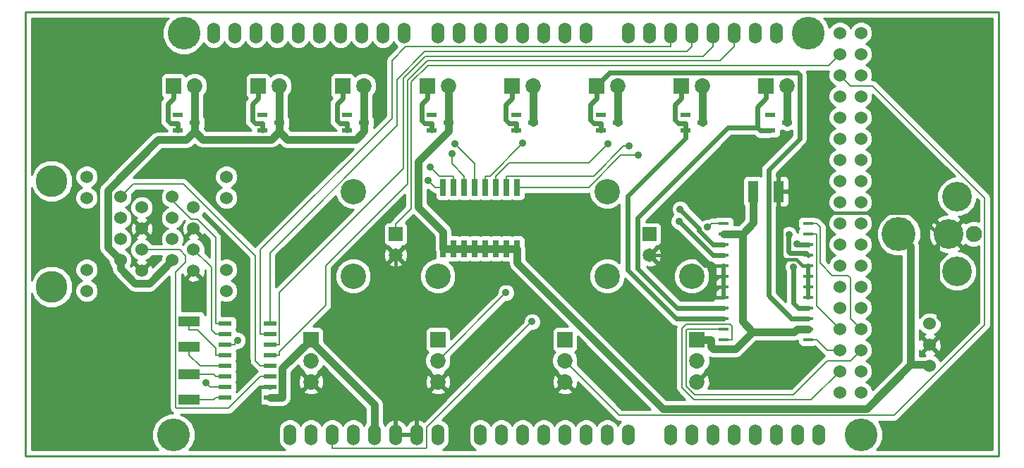
<source format=gbl>
G04 (created by PCBNEW-RS274X (2011-05-25)-stable) date Wed 09 Oct 2013 04:42:06 PM EDT*
G01*
G70*
G90*
%MOIN*%
G04 Gerber Fmt 3.4, Leading zero omitted, Abs format*
%FSLAX34Y34*%
G04 APERTURE LIST*
%ADD10C,0.006000*%
%ADD11C,0.009000*%
%ADD12C,0.076000*%
%ADD13C,0.140000*%
%ADD14C,0.160000*%
%ADD15C,0.155000*%
%ADD16O,0.060000X0.100000*%
%ADD17C,0.060000*%
%ADD18R,0.050000X0.100000*%
%ADD19C,0.073000*%
%ADD20R,0.073000X0.073000*%
%ADD21R,0.025000X0.080000*%
%ADD22R,0.100000X0.050000*%
%ADD23C,0.150000*%
%ADD24C,0.120000*%
%ADD25R,0.065000X0.065000*%
%ADD26C,0.065000*%
%ADD27R,0.050000X0.024000*%
%ADD28R,0.050000X0.015000*%
%ADD29R,0.061000X0.024000*%
%ADD30C,0.035000*%
%ADD31C,0.036000*%
%ADD32C,0.008000*%
%ADD33C,0.024000*%
%ADD34C,0.016000*%
%ADD35C,0.010000*%
G04 APERTURE END LIST*
G54D10*
G54D11*
X89500Y-51500D02*
X43500Y-51500D01*
X43500Y-30500D02*
X89500Y-30500D01*
X43500Y-30500D02*
X43500Y-51500D01*
X89500Y-51500D02*
X89500Y-30500D01*
G54D12*
X88320Y-41000D03*
G54D13*
X87140Y-41000D03*
G54D14*
X84780Y-41000D03*
G54D13*
X87530Y-39230D03*
X87530Y-42770D03*
G54D15*
X50500Y-50500D03*
X51000Y-31500D03*
X83000Y-50500D03*
X80500Y-31500D03*
G54D16*
X56000Y-50500D03*
X57000Y-50500D03*
X58000Y-50500D03*
X59000Y-50500D03*
X60000Y-50500D03*
X61000Y-50500D03*
X62000Y-50500D03*
X63000Y-50500D03*
X65000Y-50500D03*
X66000Y-50500D03*
X67000Y-50500D03*
X68000Y-50500D03*
X69000Y-50500D03*
X70000Y-50500D03*
X71000Y-50500D03*
X72000Y-50500D03*
X74000Y-50500D03*
X75000Y-50500D03*
X76000Y-50500D03*
X77000Y-50500D03*
X78000Y-50500D03*
X79000Y-50500D03*
X80000Y-50500D03*
X81000Y-50500D03*
X52400Y-31500D03*
X53400Y-31500D03*
X54400Y-31500D03*
X55400Y-31500D03*
X56400Y-31500D03*
X57400Y-31500D03*
X58400Y-31500D03*
X59400Y-31500D03*
X60400Y-31500D03*
X61400Y-31500D03*
X63000Y-31500D03*
X70000Y-31500D03*
X69000Y-31500D03*
X68000Y-31500D03*
X67000Y-31500D03*
X66000Y-31500D03*
X65000Y-31500D03*
X64000Y-31500D03*
X72000Y-31500D03*
X73000Y-31500D03*
X74000Y-31500D03*
X75000Y-31500D03*
X76000Y-31500D03*
X77000Y-31500D03*
X78000Y-31500D03*
X79000Y-31500D03*
G54D17*
X82000Y-31500D03*
X83000Y-31500D03*
X82000Y-32500D03*
X83000Y-32500D03*
X82000Y-33500D03*
X83000Y-33500D03*
X82000Y-34500D03*
X83000Y-34500D03*
X82000Y-35500D03*
X83000Y-35500D03*
X82000Y-36500D03*
X83000Y-36500D03*
X82000Y-37500D03*
X83000Y-37500D03*
X82000Y-38500D03*
X83000Y-38500D03*
X82000Y-39500D03*
X83000Y-39500D03*
X82000Y-40500D03*
X83000Y-40500D03*
X82000Y-41500D03*
X83000Y-41500D03*
X82000Y-42500D03*
X83000Y-42500D03*
X82000Y-43500D03*
X83000Y-43500D03*
X82000Y-44500D03*
X83000Y-44500D03*
X82000Y-45500D03*
X83000Y-45500D03*
X82000Y-46500D03*
X83000Y-46500D03*
X82000Y-47500D03*
X83000Y-47500D03*
X82000Y-48500D03*
X83000Y-48500D03*
G54D18*
X77900Y-39000D03*
X79100Y-39000D03*
G54D19*
X69000Y-47000D03*
X69000Y-48000D03*
G54D20*
X69000Y-46000D03*
G54D19*
X75250Y-47000D03*
X75250Y-48000D03*
G54D20*
X75250Y-46000D03*
G54D19*
X63000Y-47000D03*
X63000Y-48000D03*
G54D20*
X63000Y-46000D03*
G54D19*
X57000Y-47000D03*
X57000Y-48000D03*
G54D20*
X57000Y-46000D03*
G54D19*
X51500Y-34000D03*
G54D20*
X50500Y-34000D03*
G54D19*
X55500Y-34000D03*
G54D20*
X54500Y-34000D03*
G54D19*
X59500Y-34000D03*
G54D20*
X58500Y-34000D03*
G54D19*
X63500Y-34000D03*
G54D20*
X62500Y-34000D03*
G54D19*
X67500Y-34000D03*
G54D20*
X66500Y-34000D03*
G54D19*
X71500Y-34000D03*
G54D20*
X70500Y-34000D03*
G54D19*
X75500Y-34000D03*
G54D20*
X74500Y-34000D03*
G54D19*
X79500Y-34000D03*
G54D20*
X78500Y-34000D03*
G54D21*
X66750Y-41700D03*
X66250Y-41700D03*
X65750Y-41700D03*
X65250Y-41700D03*
X64750Y-41700D03*
X64250Y-41700D03*
X63750Y-41700D03*
X63250Y-41700D03*
X63250Y-38800D03*
X63750Y-38800D03*
X64250Y-38800D03*
X64750Y-38800D03*
X65250Y-38800D03*
X65750Y-38800D03*
X66250Y-38800D03*
X66750Y-38800D03*
G54D22*
X51250Y-48850D03*
X51250Y-47650D03*
X51250Y-46350D03*
X51250Y-45150D03*
G54D23*
X44750Y-38500D03*
X44750Y-43500D03*
G54D17*
X46400Y-38300D03*
X46400Y-39300D03*
X46400Y-42700D03*
X46400Y-43700D03*
X48000Y-39250D03*
X48000Y-40250D03*
X48000Y-41250D03*
X48000Y-42250D03*
X49000Y-39750D03*
X49000Y-40750D03*
X49000Y-41750D03*
X49000Y-42750D03*
X50450Y-39250D03*
X50450Y-40250D03*
X51450Y-39750D03*
X51450Y-40750D03*
X50450Y-41250D03*
X51450Y-41750D03*
X50450Y-42250D03*
X51450Y-42750D03*
X53000Y-38300D03*
X53000Y-39300D03*
X53000Y-42700D03*
X53000Y-43700D03*
X86250Y-46250D03*
X86250Y-45250D03*
X86250Y-47250D03*
G54D24*
X59000Y-43000D03*
X59000Y-39000D03*
G54D25*
X61000Y-41000D03*
G54D26*
X61000Y-42000D03*
G54D24*
X63000Y-43000D03*
X71000Y-43000D03*
X71000Y-39000D03*
G54D25*
X73000Y-41000D03*
G54D26*
X73000Y-42000D03*
G54D24*
X75000Y-43000D03*
G54D27*
X51500Y-35750D03*
X50700Y-35380D03*
X50700Y-36120D03*
X55500Y-35750D03*
X54700Y-35380D03*
X54700Y-36120D03*
X59500Y-35750D03*
X58700Y-35380D03*
X58700Y-36120D03*
X63500Y-35750D03*
X62700Y-35380D03*
X62700Y-36120D03*
X67500Y-35750D03*
X66700Y-35380D03*
X66700Y-36120D03*
X71500Y-35750D03*
X70700Y-35380D03*
X70700Y-36120D03*
X75500Y-35750D03*
X74700Y-35380D03*
X74700Y-36120D03*
X79500Y-35750D03*
X78700Y-35380D03*
X78700Y-36120D03*
G54D28*
X80500Y-43000D03*
X80500Y-42500D03*
X80500Y-42000D03*
X80500Y-41500D03*
X80500Y-41000D03*
X80500Y-40500D03*
X80500Y-43500D03*
X80500Y-44000D03*
X80500Y-44500D03*
X80500Y-45000D03*
X80500Y-45500D03*
X80500Y-46000D03*
X76500Y-46000D03*
X76500Y-45500D03*
X76500Y-45000D03*
X76500Y-44500D03*
X76500Y-44000D03*
X76500Y-43500D03*
X76500Y-43000D03*
X76500Y-42500D03*
X76500Y-42000D03*
X76500Y-41500D03*
X76500Y-41000D03*
X76500Y-40500D03*
G54D29*
X52940Y-48750D03*
X52940Y-48250D03*
X52940Y-47750D03*
X52940Y-47250D03*
X52940Y-46750D03*
X52940Y-46250D03*
X52940Y-45750D03*
X52940Y-45250D03*
X55060Y-45250D03*
X55060Y-45750D03*
X55060Y-46250D03*
X55060Y-46750D03*
X55060Y-47250D03*
X55060Y-47750D03*
X55060Y-48250D03*
X55060Y-48750D03*
G54D30*
X66219Y-43781D03*
X74400Y-40409D03*
X74451Y-39824D03*
X79958Y-41477D03*
X79586Y-41034D03*
X79796Y-42566D03*
X75749Y-40689D03*
X67447Y-45152D03*
X87500Y-47250D03*
X88250Y-49000D03*
X70000Y-47000D03*
X56000Y-42000D03*
X54000Y-39750D03*
X54000Y-47000D03*
X55250Y-38500D03*
X68250Y-41500D03*
X48500Y-45750D03*
X62632Y-37832D03*
X62527Y-38466D03*
X63661Y-37192D03*
X63809Y-36730D03*
X67010Y-36712D03*
X71025Y-36737D03*
X72463Y-37285D03*
X72046Y-36855D03*
X53525Y-46040D03*
X52038Y-48036D03*
G54D31*
X76500Y-41000D02*
X77033Y-41000D01*
X77900Y-39000D02*
X77900Y-39783D01*
X79836Y-45631D02*
X79967Y-45500D01*
X77871Y-45631D02*
X79836Y-45631D01*
X80500Y-45500D02*
X79967Y-45500D01*
X77388Y-41000D02*
X77033Y-41000D01*
X77900Y-40488D02*
X77388Y-41000D01*
X77900Y-39783D02*
X77900Y-40488D01*
X77388Y-45148D02*
X77871Y-45631D01*
X77388Y-41000D02*
X77388Y-45148D01*
X77063Y-46439D02*
X77871Y-45631D01*
X76002Y-46439D02*
X77063Y-46439D01*
X75898Y-46335D02*
X76002Y-46439D01*
X75898Y-46000D02*
X75898Y-46335D01*
X75250Y-46000D02*
X75898Y-46000D01*
X55060Y-48750D02*
X55648Y-48750D01*
X55648Y-47352D02*
X56960Y-46040D01*
X55648Y-48750D02*
X55648Y-47352D01*
X56960Y-46040D02*
X57000Y-46000D01*
X60000Y-49080D02*
X60000Y-50500D01*
X56960Y-46040D02*
X60000Y-49080D01*
G54D32*
X61000Y-41000D02*
X61000Y-40532D01*
X81473Y-33027D02*
X82000Y-32500D01*
X62522Y-33027D02*
X81473Y-33027D01*
X61740Y-33809D02*
X62522Y-33027D01*
X61740Y-39792D02*
X61740Y-33809D01*
X61000Y-40532D02*
X61740Y-39792D01*
X63000Y-47000D02*
X66219Y-43781D01*
X82500Y-34000D02*
X82000Y-33500D01*
X83551Y-34000D02*
X82500Y-34000D01*
X88844Y-39293D02*
X83551Y-34000D01*
X88844Y-45312D02*
X88844Y-39293D01*
X84575Y-49581D02*
X88844Y-45312D01*
X71581Y-49581D02*
X84575Y-49581D01*
X69000Y-47000D02*
X71581Y-49581D01*
X80500Y-40500D02*
X80893Y-40500D01*
X81076Y-40683D02*
X80893Y-40500D01*
X81076Y-42387D02*
X81076Y-40683D01*
X81645Y-42956D02*
X81076Y-42387D01*
X82378Y-42956D02*
X81645Y-42956D01*
X82500Y-43078D02*
X82378Y-42956D01*
X82500Y-45000D02*
X82500Y-43078D01*
X83000Y-45500D02*
X82500Y-45000D01*
X80893Y-44393D02*
X82000Y-45500D01*
X80893Y-41000D02*
X80893Y-44393D01*
X80500Y-41000D02*
X80893Y-41000D01*
X50792Y-41750D02*
X49000Y-41750D01*
X51067Y-42025D02*
X50792Y-41750D01*
X51067Y-42335D02*
X51067Y-42025D01*
X50606Y-42796D02*
X51067Y-42335D01*
X50606Y-49222D02*
X50606Y-42796D01*
X50628Y-49244D02*
X50606Y-49222D01*
X53118Y-49244D02*
X50628Y-49244D01*
X54612Y-47750D02*
X53118Y-49244D01*
X55060Y-47750D02*
X54612Y-47750D01*
X55060Y-47250D02*
X54612Y-47250D01*
X54373Y-47011D02*
X54612Y-47250D01*
X54373Y-42035D02*
X54373Y-47011D01*
X50976Y-38638D02*
X54373Y-42035D01*
X48612Y-38638D02*
X50976Y-38638D01*
X48000Y-39250D02*
X48612Y-38638D01*
X52940Y-45750D02*
X52492Y-45750D01*
X52287Y-45545D02*
X52492Y-45750D01*
X52287Y-42587D02*
X52287Y-45545D01*
X51450Y-41750D02*
X52287Y-42587D01*
X50450Y-39408D02*
X50450Y-39250D01*
X51348Y-40306D02*
X50450Y-39408D01*
X51633Y-40306D02*
X51348Y-40306D01*
X52492Y-41165D02*
X51633Y-40306D01*
X52492Y-45250D02*
X52492Y-41165D01*
X52940Y-45250D02*
X52492Y-45250D01*
X81393Y-46500D02*
X82000Y-46500D01*
X80893Y-46000D02*
X81393Y-46500D01*
X80500Y-46000D02*
X80893Y-46000D01*
X82500Y-47000D02*
X83000Y-46500D01*
X81411Y-47000D02*
X82500Y-47000D01*
X79809Y-48602D02*
X81411Y-47000D01*
X75129Y-48602D02*
X79809Y-48602D01*
X74721Y-48194D02*
X75129Y-48602D01*
X74721Y-45533D02*
X74721Y-48194D01*
X74763Y-45491D02*
X74721Y-45533D01*
X76098Y-45491D02*
X74763Y-45491D01*
X76107Y-45500D02*
X76098Y-45491D01*
X76500Y-45500D02*
X76107Y-45500D01*
G54D33*
X50226Y-34862D02*
X50500Y-34588D01*
X50226Y-35646D02*
X50226Y-34862D01*
X50357Y-35777D02*
X50226Y-35646D01*
X50700Y-35777D02*
X50357Y-35777D01*
X50700Y-36120D02*
X50700Y-35777D01*
X50500Y-34000D02*
X50500Y-34588D01*
X76500Y-42000D02*
X76027Y-42000D01*
X75991Y-42000D02*
X74400Y-40409D01*
X76027Y-42000D02*
X75991Y-42000D01*
X54357Y-35777D02*
X54700Y-35777D01*
X54226Y-35646D02*
X54357Y-35777D01*
X54226Y-34862D02*
X54226Y-35646D01*
X54500Y-34588D02*
X54226Y-34862D01*
X54500Y-34000D02*
X54500Y-34588D01*
X54700Y-36120D02*
X54700Y-35777D01*
X76500Y-41500D02*
X76027Y-41500D01*
X75997Y-41500D02*
X76027Y-41500D01*
X75351Y-40854D02*
X75997Y-41500D01*
X75351Y-40724D02*
X75351Y-40854D01*
X74451Y-39824D02*
X75351Y-40724D01*
X58357Y-35777D02*
X58700Y-35777D01*
X58226Y-35646D02*
X58357Y-35777D01*
X58226Y-34862D02*
X58226Y-35646D01*
X58500Y-34588D02*
X58226Y-34862D01*
X58500Y-34000D02*
X58500Y-34588D01*
X58700Y-36120D02*
X58700Y-35777D01*
X80004Y-41477D02*
X80027Y-41500D01*
X79958Y-41477D02*
X80004Y-41477D01*
X80500Y-41500D02*
X80027Y-41500D01*
X62357Y-35777D02*
X62700Y-35777D01*
X62226Y-35646D02*
X62357Y-35777D01*
X62226Y-34862D02*
X62226Y-35646D01*
X62500Y-34588D02*
X62226Y-34862D01*
X62500Y-34000D02*
X62500Y-34588D01*
X62700Y-36120D02*
X62700Y-35777D01*
X79559Y-41061D02*
X79586Y-41034D01*
X79559Y-41835D02*
X79559Y-41061D01*
X79628Y-41904D02*
X79559Y-41835D01*
X80404Y-41904D02*
X79628Y-41904D01*
X80500Y-42000D02*
X80404Y-41904D01*
X66500Y-34000D02*
X66500Y-34588D01*
X66188Y-34900D02*
X66500Y-34588D01*
X66188Y-35608D02*
X66188Y-34900D01*
X66357Y-35777D02*
X66188Y-35608D01*
X66700Y-35777D02*
X66357Y-35777D01*
X66700Y-36120D02*
X66700Y-35777D01*
X79796Y-44270D02*
X79796Y-42566D01*
X80026Y-44500D02*
X79796Y-44270D01*
X80500Y-44500D02*
X80026Y-44500D01*
X70188Y-34900D02*
X70500Y-34588D01*
X70188Y-35608D02*
X70188Y-34900D01*
X70357Y-35777D02*
X70188Y-35608D01*
X70700Y-35777D02*
X70357Y-35777D01*
X70700Y-36120D02*
X70700Y-35777D01*
X70500Y-34000D02*
X70500Y-34588D01*
X79708Y-45000D02*
X80500Y-45000D01*
X78626Y-43918D02*
X79708Y-45000D01*
X78626Y-37974D02*
X78626Y-43918D01*
X80109Y-36491D02*
X78626Y-37974D01*
X80109Y-33480D02*
X80109Y-36491D01*
X80011Y-33382D02*
X80109Y-33480D01*
X71118Y-33382D02*
X80011Y-33382D01*
X70500Y-34000D02*
X71118Y-33382D01*
X74500Y-34000D02*
X74500Y-34588D01*
X74188Y-34900D02*
X74500Y-34588D01*
X74188Y-35608D02*
X74188Y-34900D01*
X74357Y-35777D02*
X74188Y-35608D01*
X74700Y-35777D02*
X74357Y-35777D01*
X74700Y-36120D02*
X74700Y-35777D01*
X71955Y-39208D02*
X74700Y-36463D01*
X71955Y-42698D02*
X71955Y-39208D01*
X74257Y-45000D02*
X71955Y-42698D01*
X76500Y-45000D02*
X74257Y-45000D01*
X74700Y-36120D02*
X74700Y-36463D01*
X78500Y-34000D02*
X78500Y-34588D01*
X78700Y-36120D02*
X78227Y-36120D01*
X78088Y-35000D02*
X78500Y-34588D01*
X78088Y-35981D02*
X78088Y-35000D01*
X78227Y-36120D02*
X78088Y-35981D01*
X74302Y-44500D02*
X76500Y-44500D01*
X72451Y-42649D02*
X74302Y-44500D01*
X72451Y-40239D02*
X72451Y-42649D01*
X76709Y-35981D02*
X72451Y-40239D01*
X78088Y-35981D02*
X76709Y-35981D01*
G54D32*
X75938Y-40500D02*
X75749Y-40689D01*
X76500Y-40500D02*
X75938Y-40500D01*
X58000Y-50500D02*
X58000Y-51143D01*
X62435Y-51143D02*
X58000Y-51143D01*
X62456Y-51122D02*
X62435Y-51143D01*
X62456Y-50143D02*
X62456Y-51122D01*
X67447Y-45152D02*
X62456Y-50143D01*
X55060Y-46750D02*
X55508Y-46750D01*
X77000Y-31500D02*
X77000Y-32143D01*
X76344Y-32799D02*
X77000Y-32143D01*
X62489Y-32799D02*
X76344Y-32799D01*
X61556Y-33732D02*
X62489Y-32799D01*
X61556Y-38638D02*
X61556Y-33732D01*
X57694Y-42500D02*
X61556Y-38638D01*
X57694Y-44374D02*
X57694Y-42500D01*
X55508Y-46560D02*
X57694Y-44374D01*
X55508Y-46750D02*
X55508Y-46560D01*
X75000Y-31500D02*
X75000Y-32143D01*
X74756Y-32387D02*
X75000Y-32143D01*
X62380Y-32387D02*
X74756Y-32387D01*
X61062Y-33705D02*
X62380Y-32387D01*
X61062Y-35888D02*
X61062Y-33705D01*
X55060Y-41890D02*
X61062Y-35888D01*
X55060Y-45250D02*
X55060Y-41890D01*
X76500Y-46000D02*
X76893Y-46000D01*
X80649Y-48851D02*
X82000Y-47500D01*
X75118Y-48851D02*
X80649Y-48851D01*
X74538Y-48271D02*
X75118Y-48851D01*
X74538Y-45456D02*
X74538Y-48271D01*
X74730Y-45264D02*
X74538Y-45456D01*
X76791Y-45264D02*
X74730Y-45264D01*
X76893Y-45366D02*
X76791Y-45264D01*
X76893Y-46000D02*
X76893Y-45366D01*
X55060Y-46250D02*
X55508Y-46250D01*
X76000Y-31500D02*
X76000Y-32143D01*
X75527Y-32616D02*
X76000Y-32143D01*
X62412Y-32616D02*
X75527Y-32616D01*
X61373Y-33655D02*
X62412Y-32616D01*
X61373Y-37904D02*
X61373Y-33655D01*
X55508Y-43769D02*
X61373Y-37904D01*
X55508Y-46250D02*
X55508Y-43769D01*
X61485Y-32143D02*
X74000Y-32143D01*
X60834Y-32794D02*
X61485Y-32143D01*
X60834Y-35530D02*
X60834Y-32794D01*
X54612Y-41752D02*
X60834Y-35530D01*
X54612Y-45750D02*
X54612Y-41752D01*
X55060Y-45750D02*
X54612Y-45750D01*
X74000Y-31500D02*
X74000Y-32143D01*
G54D34*
X87500Y-47250D02*
X87500Y-48250D01*
X87500Y-48250D02*
X88250Y-49000D01*
X55250Y-38500D02*
X54000Y-39750D01*
X55441Y-49559D02*
X57000Y-48000D01*
X55046Y-49559D02*
X55441Y-49559D01*
X54572Y-49085D02*
X55046Y-49559D01*
X54572Y-48250D02*
X54572Y-49085D01*
X55060Y-48250D02*
X54572Y-48250D01*
X61000Y-46000D02*
X61000Y-42000D01*
X63000Y-48000D02*
X61000Y-46000D01*
X80500Y-44000D02*
X80500Y-43500D01*
X80500Y-43500D02*
X80500Y-43000D01*
X80500Y-42500D02*
X80500Y-43000D01*
X86645Y-41000D02*
X87140Y-41000D01*
X86645Y-44949D02*
X86645Y-41000D01*
X87066Y-45370D02*
X86645Y-44949D01*
X87066Y-45434D02*
X87066Y-45370D01*
X86250Y-46250D02*
X87066Y-45434D01*
X79100Y-39000D02*
X79100Y-39683D01*
X76500Y-42500D02*
X76067Y-42500D01*
X76067Y-42500D02*
X76067Y-43000D01*
X75612Y-42500D02*
X76067Y-42500D01*
X75112Y-42000D02*
X75612Y-42500D01*
X73000Y-42000D02*
X75112Y-42000D01*
X76500Y-43000D02*
X76284Y-43000D01*
X76284Y-43000D02*
X76067Y-43000D01*
X76067Y-43217D02*
X76067Y-43500D01*
X76284Y-43000D02*
X76067Y-43217D01*
X76500Y-43500D02*
X76284Y-43500D01*
X76284Y-43500D02*
X76067Y-43500D01*
X76067Y-43717D02*
X76067Y-44000D01*
X76284Y-43500D02*
X76067Y-43717D01*
X76500Y-44000D02*
X76067Y-44000D01*
X85645Y-40000D02*
X79252Y-40000D01*
X86645Y-41000D02*
X85645Y-40000D01*
X79100Y-39848D02*
X79100Y-39683D01*
X79252Y-40000D02*
X79100Y-39848D01*
X80237Y-42500D02*
X80500Y-42500D01*
X79945Y-42208D02*
X80237Y-42500D01*
X79297Y-42208D02*
X79945Y-42208D01*
X79228Y-42139D02*
X79297Y-42208D01*
X79228Y-40024D02*
X79228Y-42139D01*
X79252Y-40000D02*
X79228Y-40024D01*
G54D32*
X63750Y-38800D02*
X63750Y-38257D01*
X63057Y-38257D02*
X62632Y-37832D01*
X63750Y-38257D02*
X63057Y-38257D01*
X62861Y-38800D02*
X62527Y-38466D01*
X63250Y-38800D02*
X62861Y-38800D01*
X64250Y-38800D02*
X64250Y-38257D01*
X63661Y-37668D02*
X63661Y-37192D01*
X64250Y-38257D02*
X63661Y-37668D01*
X64750Y-38800D02*
X64750Y-38257D01*
X64750Y-37671D02*
X63809Y-36730D01*
X64750Y-38257D02*
X64750Y-37671D01*
X65250Y-38800D02*
X65250Y-38257D01*
X65465Y-38257D02*
X67010Y-36712D01*
X65250Y-38257D02*
X65465Y-38257D01*
X70126Y-37636D02*
X71025Y-36737D01*
X66371Y-37636D02*
X70126Y-37636D01*
X65750Y-38257D02*
X66371Y-37636D01*
X65750Y-38800D02*
X65750Y-38257D01*
X71647Y-37285D02*
X72463Y-37285D01*
X70132Y-38800D02*
X71647Y-37285D01*
X66750Y-38800D02*
X70132Y-38800D01*
X66250Y-38800D02*
X66250Y-38257D01*
X71759Y-36855D02*
X72046Y-36855D01*
X70357Y-38257D02*
X71759Y-36855D01*
X66250Y-38257D02*
X70357Y-38257D01*
X51643Y-45543D02*
X51250Y-45543D01*
X52492Y-46392D02*
X51643Y-45543D01*
X52492Y-46750D02*
X52492Y-46392D01*
X52940Y-46750D02*
X52492Y-46750D01*
X51250Y-45150D02*
X51250Y-45543D01*
X51250Y-47650D02*
X51893Y-47650D01*
X52392Y-47650D02*
X51893Y-47650D01*
X52492Y-47750D02*
X52392Y-47650D01*
X52940Y-47750D02*
X52492Y-47750D01*
X53388Y-46177D02*
X53525Y-46040D01*
X53388Y-46250D02*
X53388Y-46177D01*
X52940Y-46250D02*
X53388Y-46250D01*
X52252Y-48250D02*
X52038Y-48036D01*
X52940Y-48250D02*
X52252Y-48250D01*
X51757Y-47250D02*
X51250Y-46743D01*
X52940Y-47250D02*
X51757Y-47250D01*
X51250Y-46350D02*
X51250Y-46743D01*
X52392Y-48850D02*
X51250Y-48850D01*
X52492Y-48750D02*
X52392Y-48850D01*
X52940Y-48750D02*
X52492Y-48750D01*
G54D31*
X63250Y-41700D02*
X63250Y-40913D01*
X63500Y-36153D02*
X62067Y-37586D01*
X62067Y-37586D02*
X62067Y-39730D01*
X63500Y-36153D02*
X63500Y-35750D01*
X63250Y-40913D02*
X62067Y-39730D01*
X63250Y-41700D02*
X63750Y-41700D01*
X63750Y-41700D02*
X64250Y-41700D01*
X64250Y-41700D02*
X64750Y-41700D01*
X64750Y-41700D02*
X65250Y-41700D01*
X65250Y-41700D02*
X65750Y-41700D01*
X65750Y-41700D02*
X66250Y-41700D01*
X66250Y-41700D02*
X66750Y-41700D01*
X71500Y-35750D02*
X71500Y-34000D01*
X67500Y-35750D02*
X67500Y-34000D01*
X55500Y-35750D02*
X55500Y-34000D01*
X51500Y-35750D02*
X51500Y-34000D01*
X55500Y-35750D02*
X55500Y-36153D01*
X49366Y-43334D02*
X50450Y-42250D01*
X48685Y-43334D02*
X49366Y-43334D01*
X48000Y-42649D02*
X48685Y-43334D01*
X48000Y-42250D02*
X48000Y-42649D01*
X59500Y-35750D02*
X59500Y-36153D01*
X59500Y-35750D02*
X59500Y-34000D01*
X55880Y-36533D02*
X55500Y-36153D01*
X59120Y-36533D02*
X55880Y-36533D01*
X59500Y-36153D02*
X59120Y-36533D01*
X55129Y-36524D02*
X55500Y-36153D01*
X51871Y-36524D02*
X55129Y-36524D01*
X51500Y-36153D02*
X51871Y-36524D01*
X51500Y-35750D02*
X51500Y-36153D01*
X47400Y-41650D02*
X48000Y-42250D01*
X47400Y-38937D02*
X47400Y-41650D01*
X49782Y-36555D02*
X47400Y-38937D01*
X51098Y-36555D02*
X49782Y-36555D01*
X51500Y-36153D02*
X51098Y-36555D01*
X75500Y-34000D02*
X75500Y-35750D01*
X79500Y-35750D02*
X79500Y-34000D01*
X63500Y-34000D02*
X63500Y-35750D01*
X86186Y-47186D02*
X85340Y-47186D01*
X86250Y-47250D02*
X86186Y-47186D01*
X85340Y-41560D02*
X85340Y-47186D01*
X84780Y-41000D02*
X85340Y-41560D01*
X66750Y-41700D02*
X66750Y-42383D01*
X73624Y-49257D02*
X66750Y-42383D01*
X83269Y-49257D02*
X73624Y-49257D01*
X85340Y-47186D02*
X83269Y-49257D01*
G54D10*
G36*
X50223Y-40750D02*
X50139Y-40785D01*
X49985Y-40939D01*
X49901Y-41141D01*
X49901Y-41359D01*
X49943Y-41460D01*
X49549Y-41460D01*
X49549Y-39859D01*
X49549Y-39641D01*
X49465Y-39439D01*
X49311Y-39285D01*
X49109Y-39201D01*
X48891Y-39201D01*
X48689Y-39285D01*
X48535Y-39439D01*
X48451Y-39641D01*
X48451Y-39859D01*
X48535Y-40061D01*
X48689Y-40215D01*
X48780Y-40252D01*
X48719Y-40278D01*
X48692Y-40372D01*
X49000Y-40679D01*
X49308Y-40372D01*
X49281Y-40278D01*
X49215Y-40254D01*
X49311Y-40215D01*
X49465Y-40061D01*
X49549Y-39859D01*
X49549Y-41460D01*
X49543Y-41460D01*
X49543Y-40829D01*
X49532Y-40616D01*
X49472Y-40469D01*
X49378Y-40442D01*
X49071Y-40750D01*
X49378Y-41058D01*
X49472Y-41031D01*
X49543Y-40829D01*
X49543Y-41460D01*
X49473Y-41460D01*
X49465Y-41439D01*
X49311Y-41285D01*
X49219Y-41247D01*
X49281Y-41222D01*
X49308Y-41128D01*
X49000Y-40821D01*
X48929Y-40891D01*
X48929Y-40750D01*
X48622Y-40442D01*
X48528Y-40469D01*
X48457Y-40671D01*
X48468Y-40884D01*
X48528Y-41031D01*
X48622Y-41058D01*
X48929Y-40750D01*
X48929Y-40891D01*
X48692Y-41128D01*
X48719Y-41222D01*
X48784Y-41245D01*
X48689Y-41285D01*
X48535Y-41439D01*
X48451Y-41641D01*
X48451Y-41859D01*
X48535Y-42061D01*
X48689Y-42215D01*
X48780Y-42252D01*
X48719Y-42278D01*
X48692Y-42372D01*
X49000Y-42679D01*
X49308Y-42372D01*
X49281Y-42278D01*
X49215Y-42254D01*
X49311Y-42215D01*
X49465Y-42061D01*
X49473Y-42040D01*
X49943Y-42040D01*
X49901Y-42141D01*
X49901Y-42191D01*
X49515Y-42576D01*
X49472Y-42469D01*
X49378Y-42442D01*
X49071Y-42750D01*
X49000Y-42821D01*
X48929Y-42750D01*
X48894Y-42715D01*
X48622Y-42442D01*
X48528Y-42469D01*
X48502Y-42542D01*
X48481Y-42521D01*
X48549Y-42359D01*
X48549Y-42141D01*
X48465Y-41939D01*
X48311Y-41785D01*
X48226Y-41750D01*
X48311Y-41715D01*
X48465Y-41561D01*
X48549Y-41359D01*
X48549Y-41141D01*
X48465Y-40939D01*
X48311Y-40785D01*
X48226Y-40750D01*
X48311Y-40715D01*
X48465Y-40561D01*
X48549Y-40359D01*
X48549Y-40141D01*
X48465Y-39939D01*
X48311Y-39785D01*
X48226Y-39750D01*
X48311Y-39715D01*
X48465Y-39561D01*
X48549Y-39359D01*
X48549Y-39141D01*
X48540Y-39119D01*
X48732Y-38928D01*
X49996Y-38928D01*
X49985Y-38939D01*
X49901Y-39141D01*
X49901Y-39359D01*
X49985Y-39561D01*
X50139Y-39715D01*
X50223Y-39750D01*
X50139Y-39785D01*
X49985Y-39939D01*
X49901Y-40141D01*
X49901Y-40359D01*
X49985Y-40561D01*
X50139Y-40715D01*
X50223Y-40750D01*
X50223Y-40750D01*
G37*
G54D35*
X50223Y-40750D02*
X50139Y-40785D01*
X49985Y-40939D01*
X49901Y-41141D01*
X49901Y-41359D01*
X49943Y-41460D01*
X49549Y-41460D01*
X49549Y-39859D01*
X49549Y-39641D01*
X49465Y-39439D01*
X49311Y-39285D01*
X49109Y-39201D01*
X48891Y-39201D01*
X48689Y-39285D01*
X48535Y-39439D01*
X48451Y-39641D01*
X48451Y-39859D01*
X48535Y-40061D01*
X48689Y-40215D01*
X48780Y-40252D01*
X48719Y-40278D01*
X48692Y-40372D01*
X49000Y-40679D01*
X49308Y-40372D01*
X49281Y-40278D01*
X49215Y-40254D01*
X49311Y-40215D01*
X49465Y-40061D01*
X49549Y-39859D01*
X49549Y-41460D01*
X49543Y-41460D01*
X49543Y-40829D01*
X49532Y-40616D01*
X49472Y-40469D01*
X49378Y-40442D01*
X49071Y-40750D01*
X49378Y-41058D01*
X49472Y-41031D01*
X49543Y-40829D01*
X49543Y-41460D01*
X49473Y-41460D01*
X49465Y-41439D01*
X49311Y-41285D01*
X49219Y-41247D01*
X49281Y-41222D01*
X49308Y-41128D01*
X49000Y-40821D01*
X48929Y-40891D01*
X48929Y-40750D01*
X48622Y-40442D01*
X48528Y-40469D01*
X48457Y-40671D01*
X48468Y-40884D01*
X48528Y-41031D01*
X48622Y-41058D01*
X48929Y-40750D01*
X48929Y-40891D01*
X48692Y-41128D01*
X48719Y-41222D01*
X48784Y-41245D01*
X48689Y-41285D01*
X48535Y-41439D01*
X48451Y-41641D01*
X48451Y-41859D01*
X48535Y-42061D01*
X48689Y-42215D01*
X48780Y-42252D01*
X48719Y-42278D01*
X48692Y-42372D01*
X49000Y-42679D01*
X49308Y-42372D01*
X49281Y-42278D01*
X49215Y-42254D01*
X49311Y-42215D01*
X49465Y-42061D01*
X49473Y-42040D01*
X49943Y-42040D01*
X49901Y-42141D01*
X49901Y-42191D01*
X49515Y-42576D01*
X49472Y-42469D01*
X49378Y-42442D01*
X49071Y-42750D01*
X49000Y-42821D01*
X48929Y-42750D01*
X48894Y-42715D01*
X48622Y-42442D01*
X48528Y-42469D01*
X48502Y-42542D01*
X48481Y-42521D01*
X48549Y-42359D01*
X48549Y-42141D01*
X48465Y-41939D01*
X48311Y-41785D01*
X48226Y-41750D01*
X48311Y-41715D01*
X48465Y-41561D01*
X48549Y-41359D01*
X48549Y-41141D01*
X48465Y-40939D01*
X48311Y-40785D01*
X48226Y-40750D01*
X48311Y-40715D01*
X48465Y-40561D01*
X48549Y-40359D01*
X48549Y-40141D01*
X48465Y-39939D01*
X48311Y-39785D01*
X48226Y-39750D01*
X48311Y-39715D01*
X48465Y-39561D01*
X48549Y-39359D01*
X48549Y-39141D01*
X48540Y-39119D01*
X48732Y-38928D01*
X49996Y-38928D01*
X49985Y-38939D01*
X49901Y-39141D01*
X49901Y-39359D01*
X49985Y-39561D01*
X50139Y-39715D01*
X50223Y-39750D01*
X50139Y-39785D01*
X49985Y-39939D01*
X49901Y-40141D01*
X49901Y-40359D01*
X49985Y-40561D01*
X50139Y-40715D01*
X50223Y-40750D01*
G54D10*
G36*
X51997Y-44846D02*
X51961Y-44759D01*
X51891Y-44689D01*
X51800Y-44651D01*
X51758Y-44651D01*
X51758Y-43128D01*
X51450Y-42821D01*
X51142Y-43128D01*
X51169Y-43222D01*
X51371Y-43293D01*
X51584Y-43282D01*
X51731Y-43222D01*
X51758Y-43128D01*
X51758Y-44651D01*
X51701Y-44651D01*
X50896Y-44651D01*
X50896Y-42916D01*
X50920Y-42891D01*
X50978Y-43031D01*
X51072Y-43058D01*
X51344Y-42785D01*
X51379Y-42750D01*
X51450Y-42679D01*
X51521Y-42750D01*
X51556Y-42785D01*
X51828Y-43058D01*
X51922Y-43031D01*
X51993Y-42829D01*
X51986Y-42697D01*
X51997Y-42707D01*
X51997Y-44846D01*
X51997Y-44846D01*
G37*
G54D35*
X51997Y-44846D02*
X51961Y-44759D01*
X51891Y-44689D01*
X51800Y-44651D01*
X51758Y-44651D01*
X51758Y-43128D01*
X51450Y-42821D01*
X51142Y-43128D01*
X51169Y-43222D01*
X51371Y-43293D01*
X51584Y-43282D01*
X51731Y-43222D01*
X51758Y-43128D01*
X51758Y-44651D01*
X51701Y-44651D01*
X50896Y-44651D01*
X50896Y-42916D01*
X50920Y-42891D01*
X50978Y-43031D01*
X51072Y-43058D01*
X51344Y-42785D01*
X51379Y-42750D01*
X51450Y-42679D01*
X51521Y-42750D01*
X51556Y-42785D01*
X51828Y-43058D01*
X51922Y-43031D01*
X51993Y-42829D01*
X51986Y-42697D01*
X51997Y-42707D01*
X51997Y-44846D01*
G54D10*
G36*
X52202Y-42091D02*
X51990Y-41879D01*
X51999Y-41859D01*
X51999Y-41641D01*
X51915Y-41439D01*
X51761Y-41285D01*
X51669Y-41247D01*
X51731Y-41222D01*
X51758Y-41128D01*
X51450Y-40821D01*
X51379Y-40891D01*
X51142Y-41128D01*
X51169Y-41222D01*
X51234Y-41245D01*
X51139Y-41285D01*
X50985Y-41439D01*
X50953Y-41515D01*
X50938Y-41505D01*
X50999Y-41359D01*
X50999Y-41141D01*
X50915Y-40939D01*
X50761Y-40785D01*
X50676Y-40750D01*
X50761Y-40715D01*
X50915Y-40561D01*
X50996Y-40364D01*
X51020Y-40388D01*
X50984Y-40425D01*
X51016Y-40457D01*
X50978Y-40469D01*
X50907Y-40671D01*
X50918Y-40884D01*
X50978Y-41031D01*
X51072Y-41058D01*
X51344Y-40785D01*
X51379Y-40750D01*
X51450Y-40679D01*
X51521Y-40750D01*
X51556Y-40785D01*
X51828Y-41058D01*
X51922Y-41031D01*
X51928Y-41011D01*
X52202Y-41285D01*
X52202Y-42091D01*
X52202Y-42091D01*
G37*
G54D35*
X52202Y-42091D02*
X51990Y-41879D01*
X51999Y-41859D01*
X51999Y-41641D01*
X51915Y-41439D01*
X51761Y-41285D01*
X51669Y-41247D01*
X51731Y-41222D01*
X51758Y-41128D01*
X51450Y-40821D01*
X51379Y-40891D01*
X51142Y-41128D01*
X51169Y-41222D01*
X51234Y-41245D01*
X51139Y-41285D01*
X50985Y-41439D01*
X50953Y-41515D01*
X50938Y-41505D01*
X50999Y-41359D01*
X50999Y-41141D01*
X50915Y-40939D01*
X50761Y-40785D01*
X50676Y-40750D01*
X50761Y-40715D01*
X50915Y-40561D01*
X50996Y-40364D01*
X51020Y-40388D01*
X50984Y-40425D01*
X51016Y-40457D01*
X50978Y-40469D01*
X50907Y-40671D01*
X50918Y-40884D01*
X50978Y-41031D01*
X51072Y-41058D01*
X51344Y-40785D01*
X51379Y-40750D01*
X51450Y-40679D01*
X51521Y-40750D01*
X51556Y-40785D01*
X51828Y-41058D01*
X51922Y-41031D01*
X51928Y-41011D01*
X52202Y-41285D01*
X52202Y-42091D01*
G54D10*
G36*
X54474Y-47500D02*
X54407Y-47545D01*
X54406Y-47545D01*
X54406Y-47546D01*
X53466Y-48485D01*
X53494Y-48420D01*
X53494Y-48321D01*
X53494Y-48081D01*
X53460Y-48000D01*
X53494Y-47920D01*
X53494Y-47821D01*
X53494Y-47581D01*
X53460Y-47500D01*
X53494Y-47420D01*
X53494Y-47321D01*
X53494Y-47081D01*
X53460Y-47000D01*
X53494Y-46920D01*
X53494Y-46821D01*
X53494Y-46581D01*
X53470Y-46523D01*
X53499Y-46518D01*
X53578Y-46465D01*
X53609Y-46465D01*
X53765Y-46401D01*
X53885Y-46281D01*
X53950Y-46125D01*
X53950Y-45956D01*
X53886Y-45800D01*
X53766Y-45680D01*
X53610Y-45615D01*
X53494Y-45615D01*
X53494Y-45581D01*
X53460Y-45500D01*
X53494Y-45420D01*
X53494Y-45321D01*
X53494Y-45081D01*
X53456Y-44989D01*
X53386Y-44919D01*
X53295Y-44881D01*
X53196Y-44881D01*
X52782Y-44881D01*
X52782Y-44203D01*
X52891Y-44249D01*
X53109Y-44249D01*
X53311Y-44165D01*
X53465Y-44011D01*
X53549Y-43809D01*
X53549Y-43591D01*
X53465Y-43389D01*
X53311Y-43235D01*
X53226Y-43200D01*
X53311Y-43165D01*
X53465Y-43011D01*
X53549Y-42809D01*
X53549Y-42591D01*
X53465Y-42389D01*
X53311Y-42235D01*
X53109Y-42151D01*
X52891Y-42151D01*
X52782Y-42196D01*
X52782Y-41165D01*
X52781Y-41164D01*
X52760Y-41054D01*
X52759Y-41053D01*
X52697Y-40960D01*
X52696Y-40959D01*
X51856Y-40119D01*
X51915Y-40061D01*
X51936Y-40008D01*
X54083Y-42155D01*
X54083Y-47011D01*
X54105Y-47122D01*
X54168Y-47216D01*
X54406Y-47454D01*
X54407Y-47455D01*
X54474Y-47499D01*
X54474Y-47500D01*
X54474Y-47500D01*
G37*
G54D35*
X54474Y-47500D02*
X54407Y-47545D01*
X54406Y-47545D01*
X54406Y-47546D01*
X53466Y-48485D01*
X53494Y-48420D01*
X53494Y-48321D01*
X53494Y-48081D01*
X53460Y-48000D01*
X53494Y-47920D01*
X53494Y-47821D01*
X53494Y-47581D01*
X53460Y-47500D01*
X53494Y-47420D01*
X53494Y-47321D01*
X53494Y-47081D01*
X53460Y-47000D01*
X53494Y-46920D01*
X53494Y-46821D01*
X53494Y-46581D01*
X53470Y-46523D01*
X53499Y-46518D01*
X53578Y-46465D01*
X53609Y-46465D01*
X53765Y-46401D01*
X53885Y-46281D01*
X53950Y-46125D01*
X53950Y-45956D01*
X53886Y-45800D01*
X53766Y-45680D01*
X53610Y-45615D01*
X53494Y-45615D01*
X53494Y-45581D01*
X53460Y-45500D01*
X53494Y-45420D01*
X53494Y-45321D01*
X53494Y-45081D01*
X53456Y-44989D01*
X53386Y-44919D01*
X53295Y-44881D01*
X53196Y-44881D01*
X52782Y-44881D01*
X52782Y-44203D01*
X52891Y-44249D01*
X53109Y-44249D01*
X53311Y-44165D01*
X53465Y-44011D01*
X53549Y-43809D01*
X53549Y-43591D01*
X53465Y-43389D01*
X53311Y-43235D01*
X53226Y-43200D01*
X53311Y-43165D01*
X53465Y-43011D01*
X53549Y-42809D01*
X53549Y-42591D01*
X53465Y-42389D01*
X53311Y-42235D01*
X53109Y-42151D01*
X52891Y-42151D01*
X52782Y-42196D01*
X52782Y-41165D01*
X52781Y-41164D01*
X52760Y-41054D01*
X52759Y-41053D01*
X52697Y-40960D01*
X52696Y-40959D01*
X51856Y-40119D01*
X51915Y-40061D01*
X51936Y-40008D01*
X54083Y-42155D01*
X54083Y-47011D01*
X54105Y-47122D01*
X54168Y-47216D01*
X54406Y-47454D01*
X54407Y-47455D01*
X54474Y-47499D01*
X54474Y-47500D01*
G54D10*
G36*
X55110Y-48300D02*
X55010Y-48300D01*
X55010Y-48200D01*
X55110Y-48200D01*
X55110Y-48300D01*
X55110Y-48300D01*
G37*
G54D35*
X55110Y-48300D02*
X55010Y-48300D01*
X55010Y-48200D01*
X55110Y-48200D01*
X55110Y-48300D01*
G54D10*
G36*
X58991Y-36963D02*
X54407Y-41547D01*
X54362Y-41614D01*
X53549Y-40801D01*
X53549Y-39409D01*
X53549Y-39191D01*
X53465Y-38989D01*
X53311Y-38835D01*
X53226Y-38800D01*
X53311Y-38765D01*
X53465Y-38611D01*
X53549Y-38409D01*
X53549Y-38191D01*
X53465Y-37989D01*
X53311Y-37835D01*
X53109Y-37751D01*
X52891Y-37751D01*
X52689Y-37835D01*
X52535Y-37989D01*
X52451Y-38191D01*
X52451Y-38409D01*
X52535Y-38611D01*
X52689Y-38765D01*
X52773Y-38800D01*
X52689Y-38835D01*
X52535Y-38989D01*
X52451Y-39191D01*
X52451Y-39409D01*
X52535Y-39611D01*
X52689Y-39765D01*
X52891Y-39849D01*
X53109Y-39849D01*
X53311Y-39765D01*
X53465Y-39611D01*
X53549Y-39409D01*
X53549Y-40801D01*
X51181Y-38433D01*
X51087Y-38370D01*
X50976Y-38348D01*
X48612Y-38348D01*
X48593Y-38351D01*
X49960Y-36985D01*
X51098Y-36985D01*
X51262Y-36952D01*
X51263Y-36952D01*
X51402Y-36859D01*
X51499Y-36761D01*
X51566Y-36828D01*
X51567Y-36828D01*
X51706Y-36921D01*
X51871Y-36954D01*
X55129Y-36954D01*
X55293Y-36921D01*
X55294Y-36921D01*
X55433Y-36828D01*
X55500Y-36761D01*
X55576Y-36837D01*
X55715Y-36930D01*
X55716Y-36930D01*
X55880Y-36963D01*
X58991Y-36963D01*
X58991Y-36963D01*
G37*
G54D35*
X58991Y-36963D02*
X54407Y-41547D01*
X54362Y-41614D01*
X53549Y-40801D01*
X53549Y-39409D01*
X53549Y-39191D01*
X53465Y-38989D01*
X53311Y-38835D01*
X53226Y-38800D01*
X53311Y-38765D01*
X53465Y-38611D01*
X53549Y-38409D01*
X53549Y-38191D01*
X53465Y-37989D01*
X53311Y-37835D01*
X53109Y-37751D01*
X52891Y-37751D01*
X52689Y-37835D01*
X52535Y-37989D01*
X52451Y-38191D01*
X52451Y-38409D01*
X52535Y-38611D01*
X52689Y-38765D01*
X52773Y-38800D01*
X52689Y-38835D01*
X52535Y-38989D01*
X52451Y-39191D01*
X52451Y-39409D01*
X52535Y-39611D01*
X52689Y-39765D01*
X52891Y-39849D01*
X53109Y-39849D01*
X53311Y-39765D01*
X53465Y-39611D01*
X53549Y-39409D01*
X53549Y-40801D01*
X51181Y-38433D01*
X51087Y-38370D01*
X50976Y-38348D01*
X48612Y-38348D01*
X48593Y-38351D01*
X49960Y-36985D01*
X51098Y-36985D01*
X51262Y-36952D01*
X51263Y-36952D01*
X51402Y-36859D01*
X51499Y-36761D01*
X51566Y-36828D01*
X51567Y-36828D01*
X51706Y-36921D01*
X51871Y-36954D01*
X55129Y-36954D01*
X55293Y-36921D01*
X55294Y-36921D01*
X55433Y-36828D01*
X55500Y-36761D01*
X55576Y-36837D01*
X55715Y-36930D01*
X55716Y-36930D01*
X55880Y-36963D01*
X58991Y-36963D01*
G54D10*
G36*
X59017Y-39850D02*
X55350Y-43517D01*
X55350Y-42010D01*
X58162Y-39197D01*
X58279Y-39480D01*
X58518Y-39720D01*
X58830Y-39850D01*
X59017Y-39850D01*
X59017Y-39850D01*
G37*
G54D35*
X59017Y-39850D02*
X55350Y-43517D01*
X55350Y-42010D01*
X58162Y-39197D01*
X58279Y-39480D01*
X58518Y-39720D01*
X58830Y-39850D01*
X59017Y-39850D01*
G54D10*
G36*
X59570Y-49952D02*
X59543Y-49980D01*
X59500Y-50082D01*
X59458Y-49980D01*
X59306Y-49829D01*
X59108Y-49746D01*
X58893Y-49746D01*
X58694Y-49828D01*
X58543Y-49980D01*
X58500Y-50082D01*
X58458Y-49980D01*
X58306Y-49829D01*
X58108Y-49746D01*
X57893Y-49746D01*
X57694Y-49828D01*
X57607Y-49915D01*
X57607Y-48095D01*
X57597Y-47856D01*
X57525Y-47680D01*
X57424Y-47646D01*
X57071Y-48000D01*
X57424Y-48354D01*
X57525Y-48320D01*
X57607Y-48095D01*
X57607Y-49915D01*
X57543Y-49980D01*
X57500Y-50082D01*
X57458Y-49980D01*
X57354Y-49876D01*
X57354Y-48424D01*
X57000Y-48071D01*
X56929Y-48141D01*
X56929Y-48000D01*
X56576Y-47646D01*
X56475Y-47680D01*
X56393Y-47905D01*
X56403Y-48144D01*
X56475Y-48320D01*
X56576Y-48354D01*
X56929Y-48000D01*
X56929Y-48141D01*
X56646Y-48424D01*
X56680Y-48525D01*
X56905Y-48607D01*
X57144Y-48597D01*
X57320Y-48525D01*
X57354Y-48424D01*
X57354Y-49876D01*
X57306Y-49829D01*
X57108Y-49746D01*
X56893Y-49746D01*
X56694Y-49828D01*
X56543Y-49980D01*
X56500Y-50082D01*
X56458Y-49980D01*
X56306Y-49829D01*
X56108Y-49746D01*
X55893Y-49746D01*
X55694Y-49828D01*
X55543Y-49980D01*
X55460Y-50178D01*
X55460Y-50393D01*
X55460Y-50821D01*
X55542Y-51020D01*
X55694Y-51171D01*
X55775Y-51205D01*
X51244Y-51205D01*
X51368Y-51081D01*
X51525Y-50705D01*
X51525Y-50297D01*
X51369Y-49920D01*
X51081Y-49632D01*
X50846Y-49534D01*
X53118Y-49534D01*
X53229Y-49512D01*
X53323Y-49449D01*
X54505Y-48267D01*
X54505Y-48350D01*
X54517Y-48350D01*
X54505Y-48362D01*
X54506Y-48419D01*
X54539Y-48499D01*
X54506Y-48580D01*
X54506Y-48679D01*
X54506Y-48919D01*
X54544Y-49011D01*
X54614Y-49081D01*
X54705Y-49119D01*
X54804Y-49119D01*
X54853Y-49119D01*
X54895Y-49147D01*
X55060Y-49180D01*
X55648Y-49180D01*
X55813Y-49147D01*
X55952Y-49054D01*
X56045Y-48915D01*
X56078Y-48750D01*
X56078Y-47530D01*
X56414Y-47193D01*
X56479Y-47348D01*
X56651Y-47521D01*
X56662Y-47525D01*
X56646Y-47576D01*
X57000Y-47929D01*
X57354Y-47576D01*
X57337Y-47525D01*
X57348Y-47521D01*
X57521Y-47349D01*
X57562Y-47250D01*
X59570Y-49258D01*
X59570Y-49952D01*
X59570Y-49952D01*
G37*
G54D35*
X59570Y-49952D02*
X59543Y-49980D01*
X59500Y-50082D01*
X59458Y-49980D01*
X59306Y-49829D01*
X59108Y-49746D01*
X58893Y-49746D01*
X58694Y-49828D01*
X58543Y-49980D01*
X58500Y-50082D01*
X58458Y-49980D01*
X58306Y-49829D01*
X58108Y-49746D01*
X57893Y-49746D01*
X57694Y-49828D01*
X57607Y-49915D01*
X57607Y-48095D01*
X57597Y-47856D01*
X57525Y-47680D01*
X57424Y-47646D01*
X57071Y-48000D01*
X57424Y-48354D01*
X57525Y-48320D01*
X57607Y-48095D01*
X57607Y-49915D01*
X57543Y-49980D01*
X57500Y-50082D01*
X57458Y-49980D01*
X57354Y-49876D01*
X57354Y-48424D01*
X57000Y-48071D01*
X56929Y-48141D01*
X56929Y-48000D01*
X56576Y-47646D01*
X56475Y-47680D01*
X56393Y-47905D01*
X56403Y-48144D01*
X56475Y-48320D01*
X56576Y-48354D01*
X56929Y-48000D01*
X56929Y-48141D01*
X56646Y-48424D01*
X56680Y-48525D01*
X56905Y-48607D01*
X57144Y-48597D01*
X57320Y-48525D01*
X57354Y-48424D01*
X57354Y-49876D01*
X57306Y-49829D01*
X57108Y-49746D01*
X56893Y-49746D01*
X56694Y-49828D01*
X56543Y-49980D01*
X56500Y-50082D01*
X56458Y-49980D01*
X56306Y-49829D01*
X56108Y-49746D01*
X55893Y-49746D01*
X55694Y-49828D01*
X55543Y-49980D01*
X55460Y-50178D01*
X55460Y-50393D01*
X55460Y-50821D01*
X55542Y-51020D01*
X55694Y-51171D01*
X55775Y-51205D01*
X51244Y-51205D01*
X51368Y-51081D01*
X51525Y-50705D01*
X51525Y-50297D01*
X51369Y-49920D01*
X51081Y-49632D01*
X50846Y-49534D01*
X53118Y-49534D01*
X53229Y-49512D01*
X53323Y-49449D01*
X54505Y-48267D01*
X54505Y-48350D01*
X54517Y-48350D01*
X54505Y-48362D01*
X54506Y-48419D01*
X54539Y-48499D01*
X54506Y-48580D01*
X54506Y-48679D01*
X54506Y-48919D01*
X54544Y-49011D01*
X54614Y-49081D01*
X54705Y-49119D01*
X54804Y-49119D01*
X54853Y-49119D01*
X54895Y-49147D01*
X55060Y-49180D01*
X55648Y-49180D01*
X55813Y-49147D01*
X55952Y-49054D01*
X56045Y-48915D01*
X56078Y-48750D01*
X56078Y-47530D01*
X56414Y-47193D01*
X56479Y-47348D01*
X56651Y-47521D01*
X56662Y-47525D01*
X56646Y-47576D01*
X57000Y-47929D01*
X57354Y-47576D01*
X57337Y-47525D01*
X57348Y-47521D01*
X57521Y-47349D01*
X57562Y-47250D01*
X59570Y-49258D01*
X59570Y-49952D01*
G54D10*
G36*
X61070Y-32147D02*
X60629Y-32589D01*
X60566Y-32683D01*
X60544Y-32794D01*
X60544Y-35410D01*
X59973Y-35980D01*
X59999Y-35920D01*
X59999Y-35821D01*
X59999Y-35581D01*
X59961Y-35489D01*
X59930Y-35458D01*
X59930Y-34439D01*
X60021Y-34349D01*
X60115Y-34123D01*
X60115Y-33878D01*
X60021Y-33652D01*
X59849Y-33479D01*
X59623Y-33385D01*
X59378Y-33385D01*
X59152Y-33479D01*
X59093Y-33536D01*
X59076Y-33494D01*
X59006Y-33424D01*
X58915Y-33386D01*
X58816Y-33386D01*
X58086Y-33386D01*
X57994Y-33424D01*
X57924Y-33494D01*
X57886Y-33585D01*
X57886Y-33684D01*
X57886Y-34414D01*
X57924Y-34506D01*
X57991Y-34573D01*
X57964Y-34600D01*
X57884Y-34720D01*
X57879Y-34744D01*
X57855Y-34862D01*
X57856Y-34866D01*
X57856Y-35641D01*
X57855Y-35646D01*
X57879Y-35763D01*
X57884Y-35788D01*
X57964Y-35908D01*
X58093Y-36036D01*
X58095Y-36039D01*
X58191Y-36103D01*
X56058Y-36103D01*
X55962Y-36007D01*
X55999Y-35920D01*
X55999Y-35821D01*
X55999Y-35581D01*
X55961Y-35489D01*
X55930Y-35458D01*
X55930Y-34439D01*
X56021Y-34349D01*
X56115Y-34123D01*
X56115Y-33878D01*
X56021Y-33652D01*
X55849Y-33479D01*
X55623Y-33385D01*
X55378Y-33385D01*
X55152Y-33479D01*
X55093Y-33536D01*
X55076Y-33494D01*
X55006Y-33424D01*
X54915Y-33386D01*
X54816Y-33386D01*
X54086Y-33386D01*
X53994Y-33424D01*
X53924Y-33494D01*
X53886Y-33585D01*
X53886Y-33684D01*
X53886Y-34414D01*
X53924Y-34506D01*
X53991Y-34573D01*
X53964Y-34600D01*
X53884Y-34720D01*
X53879Y-34744D01*
X53855Y-34862D01*
X53856Y-34866D01*
X53856Y-35641D01*
X53855Y-35646D01*
X53879Y-35763D01*
X53884Y-35788D01*
X53964Y-35908D01*
X54093Y-36036D01*
X54095Y-36039D01*
X54177Y-36094D01*
X52049Y-36094D01*
X51962Y-36007D01*
X51999Y-35920D01*
X51999Y-35821D01*
X51999Y-35581D01*
X51961Y-35489D01*
X51930Y-35458D01*
X51930Y-34439D01*
X52021Y-34349D01*
X52115Y-34123D01*
X52115Y-33878D01*
X52021Y-33652D01*
X51849Y-33479D01*
X51623Y-33385D01*
X51378Y-33385D01*
X51152Y-33479D01*
X51093Y-33536D01*
X51076Y-33494D01*
X51006Y-33424D01*
X50915Y-33386D01*
X50816Y-33386D01*
X50086Y-33386D01*
X49994Y-33424D01*
X49924Y-33494D01*
X49886Y-33585D01*
X49886Y-33684D01*
X49886Y-34414D01*
X49924Y-34506D01*
X49991Y-34573D01*
X49964Y-34600D01*
X49884Y-34720D01*
X49879Y-34744D01*
X49855Y-34862D01*
X49856Y-34866D01*
X49856Y-35641D01*
X49855Y-35646D01*
X49879Y-35763D01*
X49884Y-35788D01*
X49964Y-35908D01*
X50093Y-36036D01*
X50095Y-36039D01*
X50201Y-36109D01*
X50201Y-36125D01*
X49782Y-36125D01*
X49617Y-36158D01*
X49477Y-36251D01*
X47096Y-38633D01*
X47003Y-38772D01*
X46970Y-38937D01*
X46970Y-41650D01*
X47003Y-41815D01*
X47096Y-41954D01*
X47451Y-42309D01*
X47451Y-42359D01*
X47535Y-42561D01*
X47570Y-42596D01*
X47570Y-42649D01*
X47603Y-42814D01*
X47696Y-42953D01*
X48380Y-43638D01*
X48381Y-43638D01*
X48520Y-43731D01*
X48684Y-43763D01*
X48685Y-43764D01*
X49366Y-43764D01*
X49530Y-43731D01*
X49531Y-43731D01*
X49670Y-43638D01*
X50316Y-42992D01*
X50316Y-49222D01*
X50338Y-49333D01*
X50401Y-49427D01*
X50423Y-49449D01*
X50461Y-49475D01*
X50297Y-49475D01*
X49920Y-49631D01*
X49632Y-49919D01*
X49475Y-50295D01*
X49475Y-50703D01*
X49631Y-51080D01*
X49756Y-51205D01*
X46949Y-51205D01*
X46949Y-43809D01*
X46949Y-43591D01*
X46865Y-43389D01*
X46711Y-43235D01*
X46626Y-43200D01*
X46711Y-43165D01*
X46865Y-43011D01*
X46949Y-42809D01*
X46949Y-42591D01*
X46949Y-39409D01*
X46949Y-39191D01*
X46865Y-38989D01*
X46711Y-38835D01*
X46626Y-38800D01*
X46711Y-38765D01*
X46865Y-38611D01*
X46949Y-38409D01*
X46949Y-38191D01*
X46865Y-37989D01*
X46711Y-37835D01*
X46509Y-37751D01*
X46291Y-37751D01*
X46089Y-37835D01*
X45935Y-37989D01*
X45851Y-38191D01*
X45851Y-38409D01*
X45935Y-38611D01*
X46089Y-38765D01*
X46173Y-38800D01*
X46089Y-38835D01*
X45935Y-38989D01*
X45851Y-39191D01*
X45851Y-39409D01*
X45935Y-39611D01*
X46089Y-39765D01*
X46291Y-39849D01*
X46509Y-39849D01*
X46711Y-39765D01*
X46865Y-39611D01*
X46949Y-39409D01*
X46949Y-42591D01*
X46865Y-42389D01*
X46711Y-42235D01*
X46509Y-42151D01*
X46291Y-42151D01*
X46089Y-42235D01*
X45935Y-42389D01*
X45851Y-42591D01*
X45851Y-42809D01*
X45935Y-43011D01*
X46089Y-43165D01*
X46173Y-43200D01*
X46089Y-43235D01*
X45935Y-43389D01*
X45851Y-43591D01*
X45851Y-43809D01*
X45935Y-44011D01*
X46089Y-44165D01*
X46291Y-44249D01*
X46509Y-44249D01*
X46711Y-44165D01*
X46865Y-44011D01*
X46949Y-43809D01*
X46949Y-51205D01*
X43795Y-51205D01*
X43795Y-43806D01*
X43902Y-44066D01*
X44183Y-44347D01*
X44550Y-44500D01*
X44948Y-44500D01*
X45316Y-44348D01*
X45597Y-44067D01*
X45750Y-43700D01*
X45750Y-43302D01*
X45598Y-42934D01*
X45317Y-42653D01*
X44950Y-42500D01*
X44552Y-42500D01*
X44184Y-42652D01*
X43903Y-42933D01*
X43795Y-43192D01*
X43795Y-38806D01*
X43902Y-39066D01*
X44183Y-39347D01*
X44550Y-39500D01*
X44948Y-39500D01*
X45316Y-39348D01*
X45597Y-39067D01*
X45750Y-38700D01*
X45750Y-38302D01*
X45598Y-37934D01*
X45317Y-37653D01*
X44950Y-37500D01*
X44552Y-37500D01*
X44184Y-37652D01*
X43903Y-37933D01*
X43795Y-38192D01*
X43795Y-30795D01*
X50256Y-30795D01*
X50132Y-30919D01*
X49975Y-31295D01*
X49975Y-31703D01*
X50131Y-32080D01*
X50419Y-32368D01*
X50795Y-32525D01*
X51203Y-32525D01*
X51580Y-32369D01*
X51868Y-32081D01*
X51917Y-31961D01*
X51942Y-32020D01*
X52094Y-32171D01*
X52292Y-32254D01*
X52507Y-32254D01*
X52706Y-32172D01*
X52857Y-32020D01*
X52899Y-31917D01*
X52942Y-32020D01*
X53094Y-32171D01*
X53292Y-32254D01*
X53507Y-32254D01*
X53706Y-32172D01*
X53857Y-32020D01*
X53899Y-31917D01*
X53942Y-32020D01*
X54094Y-32171D01*
X54292Y-32254D01*
X54507Y-32254D01*
X54706Y-32172D01*
X54857Y-32020D01*
X54899Y-31917D01*
X54942Y-32020D01*
X55094Y-32171D01*
X55292Y-32254D01*
X55507Y-32254D01*
X55706Y-32172D01*
X55857Y-32020D01*
X55899Y-31917D01*
X55942Y-32020D01*
X56094Y-32171D01*
X56292Y-32254D01*
X56507Y-32254D01*
X56706Y-32172D01*
X56857Y-32020D01*
X56899Y-31917D01*
X56942Y-32020D01*
X57094Y-32171D01*
X57292Y-32254D01*
X57507Y-32254D01*
X57706Y-32172D01*
X57857Y-32020D01*
X57899Y-31917D01*
X57942Y-32020D01*
X58094Y-32171D01*
X58292Y-32254D01*
X58507Y-32254D01*
X58706Y-32172D01*
X58857Y-32020D01*
X58899Y-31917D01*
X58942Y-32020D01*
X59094Y-32171D01*
X59292Y-32254D01*
X59507Y-32254D01*
X59706Y-32172D01*
X59857Y-32020D01*
X59899Y-31917D01*
X59942Y-32020D01*
X60094Y-32171D01*
X60292Y-32254D01*
X60507Y-32254D01*
X60706Y-32172D01*
X60857Y-32020D01*
X60899Y-31917D01*
X60942Y-32020D01*
X61070Y-32147D01*
X61070Y-32147D01*
G37*
G54D35*
X61070Y-32147D02*
X60629Y-32589D01*
X60566Y-32683D01*
X60544Y-32794D01*
X60544Y-35410D01*
X59973Y-35980D01*
X59999Y-35920D01*
X59999Y-35821D01*
X59999Y-35581D01*
X59961Y-35489D01*
X59930Y-35458D01*
X59930Y-34439D01*
X60021Y-34349D01*
X60115Y-34123D01*
X60115Y-33878D01*
X60021Y-33652D01*
X59849Y-33479D01*
X59623Y-33385D01*
X59378Y-33385D01*
X59152Y-33479D01*
X59093Y-33536D01*
X59076Y-33494D01*
X59006Y-33424D01*
X58915Y-33386D01*
X58816Y-33386D01*
X58086Y-33386D01*
X57994Y-33424D01*
X57924Y-33494D01*
X57886Y-33585D01*
X57886Y-33684D01*
X57886Y-34414D01*
X57924Y-34506D01*
X57991Y-34573D01*
X57964Y-34600D01*
X57884Y-34720D01*
X57879Y-34744D01*
X57855Y-34862D01*
X57856Y-34866D01*
X57856Y-35641D01*
X57855Y-35646D01*
X57879Y-35763D01*
X57884Y-35788D01*
X57964Y-35908D01*
X58093Y-36036D01*
X58095Y-36039D01*
X58191Y-36103D01*
X56058Y-36103D01*
X55962Y-36007D01*
X55999Y-35920D01*
X55999Y-35821D01*
X55999Y-35581D01*
X55961Y-35489D01*
X55930Y-35458D01*
X55930Y-34439D01*
X56021Y-34349D01*
X56115Y-34123D01*
X56115Y-33878D01*
X56021Y-33652D01*
X55849Y-33479D01*
X55623Y-33385D01*
X55378Y-33385D01*
X55152Y-33479D01*
X55093Y-33536D01*
X55076Y-33494D01*
X55006Y-33424D01*
X54915Y-33386D01*
X54816Y-33386D01*
X54086Y-33386D01*
X53994Y-33424D01*
X53924Y-33494D01*
X53886Y-33585D01*
X53886Y-33684D01*
X53886Y-34414D01*
X53924Y-34506D01*
X53991Y-34573D01*
X53964Y-34600D01*
X53884Y-34720D01*
X53879Y-34744D01*
X53855Y-34862D01*
X53856Y-34866D01*
X53856Y-35641D01*
X53855Y-35646D01*
X53879Y-35763D01*
X53884Y-35788D01*
X53964Y-35908D01*
X54093Y-36036D01*
X54095Y-36039D01*
X54177Y-36094D01*
X52049Y-36094D01*
X51962Y-36007D01*
X51999Y-35920D01*
X51999Y-35821D01*
X51999Y-35581D01*
X51961Y-35489D01*
X51930Y-35458D01*
X51930Y-34439D01*
X52021Y-34349D01*
X52115Y-34123D01*
X52115Y-33878D01*
X52021Y-33652D01*
X51849Y-33479D01*
X51623Y-33385D01*
X51378Y-33385D01*
X51152Y-33479D01*
X51093Y-33536D01*
X51076Y-33494D01*
X51006Y-33424D01*
X50915Y-33386D01*
X50816Y-33386D01*
X50086Y-33386D01*
X49994Y-33424D01*
X49924Y-33494D01*
X49886Y-33585D01*
X49886Y-33684D01*
X49886Y-34414D01*
X49924Y-34506D01*
X49991Y-34573D01*
X49964Y-34600D01*
X49884Y-34720D01*
X49879Y-34744D01*
X49855Y-34862D01*
X49856Y-34866D01*
X49856Y-35641D01*
X49855Y-35646D01*
X49879Y-35763D01*
X49884Y-35788D01*
X49964Y-35908D01*
X50093Y-36036D01*
X50095Y-36039D01*
X50201Y-36109D01*
X50201Y-36125D01*
X49782Y-36125D01*
X49617Y-36158D01*
X49477Y-36251D01*
X47096Y-38633D01*
X47003Y-38772D01*
X46970Y-38937D01*
X46970Y-41650D01*
X47003Y-41815D01*
X47096Y-41954D01*
X47451Y-42309D01*
X47451Y-42359D01*
X47535Y-42561D01*
X47570Y-42596D01*
X47570Y-42649D01*
X47603Y-42814D01*
X47696Y-42953D01*
X48380Y-43638D01*
X48381Y-43638D01*
X48520Y-43731D01*
X48684Y-43763D01*
X48685Y-43764D01*
X49366Y-43764D01*
X49530Y-43731D01*
X49531Y-43731D01*
X49670Y-43638D01*
X50316Y-42992D01*
X50316Y-49222D01*
X50338Y-49333D01*
X50401Y-49427D01*
X50423Y-49449D01*
X50461Y-49475D01*
X50297Y-49475D01*
X49920Y-49631D01*
X49632Y-49919D01*
X49475Y-50295D01*
X49475Y-50703D01*
X49631Y-51080D01*
X49756Y-51205D01*
X46949Y-51205D01*
X46949Y-43809D01*
X46949Y-43591D01*
X46865Y-43389D01*
X46711Y-43235D01*
X46626Y-43200D01*
X46711Y-43165D01*
X46865Y-43011D01*
X46949Y-42809D01*
X46949Y-42591D01*
X46949Y-39409D01*
X46949Y-39191D01*
X46865Y-38989D01*
X46711Y-38835D01*
X46626Y-38800D01*
X46711Y-38765D01*
X46865Y-38611D01*
X46949Y-38409D01*
X46949Y-38191D01*
X46865Y-37989D01*
X46711Y-37835D01*
X46509Y-37751D01*
X46291Y-37751D01*
X46089Y-37835D01*
X45935Y-37989D01*
X45851Y-38191D01*
X45851Y-38409D01*
X45935Y-38611D01*
X46089Y-38765D01*
X46173Y-38800D01*
X46089Y-38835D01*
X45935Y-38989D01*
X45851Y-39191D01*
X45851Y-39409D01*
X45935Y-39611D01*
X46089Y-39765D01*
X46291Y-39849D01*
X46509Y-39849D01*
X46711Y-39765D01*
X46865Y-39611D01*
X46949Y-39409D01*
X46949Y-42591D01*
X46865Y-42389D01*
X46711Y-42235D01*
X46509Y-42151D01*
X46291Y-42151D01*
X46089Y-42235D01*
X45935Y-42389D01*
X45851Y-42591D01*
X45851Y-42809D01*
X45935Y-43011D01*
X46089Y-43165D01*
X46173Y-43200D01*
X46089Y-43235D01*
X45935Y-43389D01*
X45851Y-43591D01*
X45851Y-43809D01*
X45935Y-44011D01*
X46089Y-44165D01*
X46291Y-44249D01*
X46509Y-44249D01*
X46711Y-44165D01*
X46865Y-44011D01*
X46949Y-43809D01*
X46949Y-51205D01*
X43795Y-51205D01*
X43795Y-43806D01*
X43902Y-44066D01*
X44183Y-44347D01*
X44550Y-44500D01*
X44948Y-44500D01*
X45316Y-44348D01*
X45597Y-44067D01*
X45750Y-43700D01*
X45750Y-43302D01*
X45598Y-42934D01*
X45317Y-42653D01*
X44950Y-42500D01*
X44552Y-42500D01*
X44184Y-42652D01*
X43903Y-42933D01*
X43795Y-43192D01*
X43795Y-38806D01*
X43902Y-39066D01*
X44183Y-39347D01*
X44550Y-39500D01*
X44948Y-39500D01*
X45316Y-39348D01*
X45597Y-39067D01*
X45750Y-38700D01*
X45750Y-38302D01*
X45598Y-37934D01*
X45317Y-37653D01*
X44950Y-37500D01*
X44552Y-37500D01*
X44184Y-37652D01*
X43903Y-37933D01*
X43795Y-38192D01*
X43795Y-30795D01*
X50256Y-30795D01*
X50132Y-30919D01*
X49975Y-31295D01*
X49975Y-31703D01*
X50131Y-32080D01*
X50419Y-32368D01*
X50795Y-32525D01*
X51203Y-32525D01*
X51580Y-32369D01*
X51868Y-32081D01*
X51917Y-31961D01*
X51942Y-32020D01*
X52094Y-32171D01*
X52292Y-32254D01*
X52507Y-32254D01*
X52706Y-32172D01*
X52857Y-32020D01*
X52899Y-31917D01*
X52942Y-32020D01*
X53094Y-32171D01*
X53292Y-32254D01*
X53507Y-32254D01*
X53706Y-32172D01*
X53857Y-32020D01*
X53899Y-31917D01*
X53942Y-32020D01*
X54094Y-32171D01*
X54292Y-32254D01*
X54507Y-32254D01*
X54706Y-32172D01*
X54857Y-32020D01*
X54899Y-31917D01*
X54942Y-32020D01*
X55094Y-32171D01*
X55292Y-32254D01*
X55507Y-32254D01*
X55706Y-32172D01*
X55857Y-32020D01*
X55899Y-31917D01*
X55942Y-32020D01*
X56094Y-32171D01*
X56292Y-32254D01*
X56507Y-32254D01*
X56706Y-32172D01*
X56857Y-32020D01*
X56899Y-31917D01*
X56942Y-32020D01*
X57094Y-32171D01*
X57292Y-32254D01*
X57507Y-32254D01*
X57706Y-32172D01*
X57857Y-32020D01*
X57899Y-31917D01*
X57942Y-32020D01*
X58094Y-32171D01*
X58292Y-32254D01*
X58507Y-32254D01*
X58706Y-32172D01*
X58857Y-32020D01*
X58899Y-31917D01*
X58942Y-32020D01*
X59094Y-32171D01*
X59292Y-32254D01*
X59507Y-32254D01*
X59706Y-32172D01*
X59857Y-32020D01*
X59899Y-31917D01*
X59942Y-32020D01*
X60094Y-32171D01*
X60292Y-32254D01*
X60507Y-32254D01*
X60706Y-32172D01*
X60857Y-32020D01*
X60899Y-31917D01*
X60942Y-32020D01*
X61070Y-32147D01*
G54D10*
G36*
X71651Y-49871D02*
X71543Y-49980D01*
X71500Y-50082D01*
X71458Y-49980D01*
X71306Y-49829D01*
X71108Y-49746D01*
X70893Y-49746D01*
X70694Y-49828D01*
X70543Y-49980D01*
X70500Y-50082D01*
X70458Y-49980D01*
X70306Y-49829D01*
X70108Y-49746D01*
X69893Y-49746D01*
X69694Y-49828D01*
X69543Y-49980D01*
X69500Y-50082D01*
X69458Y-49980D01*
X69354Y-49876D01*
X69354Y-48424D01*
X69000Y-48071D01*
X68929Y-48141D01*
X68929Y-48000D01*
X68576Y-47646D01*
X68475Y-47680D01*
X68393Y-47905D01*
X68403Y-48144D01*
X68475Y-48320D01*
X68576Y-48354D01*
X68929Y-48000D01*
X68929Y-48141D01*
X68646Y-48424D01*
X68680Y-48525D01*
X68905Y-48607D01*
X69144Y-48597D01*
X69320Y-48525D01*
X69354Y-48424D01*
X69354Y-49876D01*
X69306Y-49829D01*
X69108Y-49746D01*
X68893Y-49746D01*
X68694Y-49828D01*
X68543Y-49980D01*
X68500Y-50082D01*
X68458Y-49980D01*
X68306Y-49829D01*
X68108Y-49746D01*
X67893Y-49746D01*
X67694Y-49828D01*
X67543Y-49980D01*
X67500Y-50082D01*
X67458Y-49980D01*
X67306Y-49829D01*
X67108Y-49746D01*
X66893Y-49746D01*
X66694Y-49828D01*
X66543Y-49980D01*
X66500Y-50082D01*
X66458Y-49980D01*
X66306Y-49829D01*
X66108Y-49746D01*
X65893Y-49746D01*
X65694Y-49828D01*
X65543Y-49980D01*
X65500Y-50082D01*
X65458Y-49980D01*
X65306Y-49829D01*
X65108Y-49746D01*
X64893Y-49746D01*
X64694Y-49828D01*
X64543Y-49980D01*
X64460Y-50178D01*
X64460Y-50393D01*
X64460Y-50821D01*
X64542Y-51020D01*
X64694Y-51171D01*
X64775Y-51205D01*
X63225Y-51205D01*
X63306Y-51172D01*
X63457Y-51020D01*
X63540Y-50822D01*
X63540Y-50607D01*
X63540Y-50179D01*
X63458Y-49980D01*
X63306Y-49829D01*
X63217Y-49791D01*
X67432Y-45577D01*
X67531Y-45577D01*
X67687Y-45513D01*
X67807Y-45393D01*
X67872Y-45237D01*
X67872Y-45068D01*
X67808Y-44912D01*
X67688Y-44792D01*
X67532Y-44727D01*
X67363Y-44727D01*
X67207Y-44791D01*
X67087Y-44911D01*
X67022Y-45067D01*
X67022Y-45167D01*
X66644Y-45544D01*
X66644Y-43866D01*
X66644Y-43697D01*
X66580Y-43541D01*
X66460Y-43421D01*
X66304Y-43356D01*
X66135Y-43356D01*
X65979Y-43420D01*
X65859Y-43540D01*
X65794Y-43696D01*
X65794Y-43796D01*
X63614Y-45976D01*
X63614Y-45586D01*
X63576Y-45494D01*
X63506Y-45424D01*
X63415Y-45386D01*
X63316Y-45386D01*
X62586Y-45386D01*
X62494Y-45424D01*
X62424Y-45494D01*
X62386Y-45585D01*
X62386Y-45684D01*
X62386Y-46414D01*
X62424Y-46506D01*
X62494Y-46576D01*
X62536Y-46593D01*
X62479Y-46651D01*
X62385Y-46877D01*
X62385Y-47122D01*
X62479Y-47348D01*
X62651Y-47521D01*
X62662Y-47525D01*
X62646Y-47576D01*
X63000Y-47929D01*
X63354Y-47576D01*
X63337Y-47525D01*
X63348Y-47521D01*
X63521Y-47349D01*
X63615Y-47123D01*
X63615Y-46878D01*
X63590Y-46819D01*
X66204Y-44206D01*
X66303Y-44206D01*
X66459Y-44142D01*
X66579Y-44022D01*
X66644Y-43866D01*
X66644Y-45544D01*
X63607Y-48581D01*
X63607Y-48095D01*
X63597Y-47856D01*
X63525Y-47680D01*
X63424Y-47646D01*
X63071Y-48000D01*
X63424Y-48354D01*
X63525Y-48320D01*
X63607Y-48095D01*
X63607Y-48581D01*
X63354Y-48834D01*
X63354Y-48424D01*
X63000Y-48071D01*
X62929Y-48141D01*
X62929Y-48000D01*
X62576Y-47646D01*
X62475Y-47680D01*
X62393Y-47905D01*
X62403Y-48144D01*
X62475Y-48320D01*
X62576Y-48354D01*
X62929Y-48000D01*
X62929Y-48141D01*
X62646Y-48424D01*
X62680Y-48525D01*
X62905Y-48607D01*
X63144Y-48597D01*
X63320Y-48525D01*
X63354Y-48424D01*
X63354Y-48834D01*
X62327Y-49861D01*
X62163Y-49772D01*
X62135Y-49768D01*
X62050Y-49815D01*
X62050Y-50400D01*
X62050Y-50450D01*
X62050Y-50550D01*
X61950Y-50550D01*
X61950Y-50450D01*
X61950Y-49815D01*
X61865Y-49768D01*
X61837Y-49772D01*
X61647Y-49875D01*
X61568Y-49972D01*
X61568Y-42084D01*
X61556Y-41861D01*
X61492Y-41704D01*
X61396Y-41675D01*
X61071Y-42000D01*
X61396Y-42325D01*
X61492Y-42296D01*
X61568Y-42084D01*
X61568Y-49972D01*
X61511Y-50043D01*
X61500Y-50080D01*
X61489Y-50043D01*
X61353Y-49875D01*
X61325Y-49859D01*
X61325Y-42396D01*
X61000Y-42071D01*
X60929Y-42142D01*
X60929Y-42000D01*
X60604Y-41675D01*
X60508Y-41704D01*
X60432Y-41916D01*
X60444Y-42139D01*
X60508Y-42296D01*
X60604Y-42325D01*
X60929Y-42000D01*
X60929Y-42142D01*
X60675Y-42396D01*
X60704Y-42492D01*
X60916Y-42568D01*
X61139Y-42556D01*
X61296Y-42492D01*
X61325Y-42396D01*
X61325Y-49859D01*
X61163Y-49772D01*
X61135Y-49768D01*
X61050Y-49815D01*
X61050Y-50450D01*
X61450Y-50450D01*
X61550Y-50450D01*
X61950Y-50450D01*
X61950Y-50550D01*
X61900Y-50550D01*
X61550Y-50550D01*
X61450Y-50550D01*
X61100Y-50550D01*
X61050Y-50550D01*
X60950Y-50550D01*
X60950Y-50450D01*
X60950Y-50400D01*
X60950Y-49815D01*
X60865Y-49768D01*
X60837Y-49772D01*
X60647Y-49875D01*
X60511Y-50043D01*
X60499Y-50081D01*
X60458Y-49980D01*
X60430Y-49952D01*
X60430Y-49080D01*
X60397Y-48916D01*
X60397Y-48915D01*
X60304Y-48776D01*
X59850Y-48322D01*
X59850Y-43170D01*
X59850Y-42832D01*
X59721Y-42520D01*
X59482Y-42280D01*
X59170Y-42150D01*
X58832Y-42150D01*
X58520Y-42279D01*
X58280Y-42518D01*
X58150Y-42830D01*
X58150Y-43168D01*
X58279Y-43480D01*
X58518Y-43720D01*
X58830Y-43850D01*
X59168Y-43850D01*
X59480Y-43721D01*
X59720Y-43482D01*
X59850Y-43170D01*
X59850Y-48322D01*
X57614Y-46086D01*
X57614Y-45586D01*
X57576Y-45494D01*
X57506Y-45424D01*
X57415Y-45386D01*
X57316Y-45386D01*
X57092Y-45386D01*
X57899Y-44579D01*
X57962Y-44485D01*
X57984Y-44374D01*
X57984Y-42620D01*
X61450Y-39154D01*
X61450Y-39672D01*
X60795Y-40327D01*
X60732Y-40421D01*
X60731Y-40426D01*
X60626Y-40426D01*
X60534Y-40464D01*
X60464Y-40534D01*
X60426Y-40625D01*
X60426Y-40724D01*
X60426Y-41374D01*
X60464Y-41466D01*
X60534Y-41536D01*
X60625Y-41574D01*
X60684Y-41574D01*
X60675Y-41604D01*
X61000Y-41929D01*
X61325Y-41604D01*
X61315Y-41574D01*
X61374Y-41574D01*
X61466Y-41536D01*
X61536Y-41466D01*
X61574Y-41375D01*
X61574Y-41276D01*
X61574Y-40626D01*
X61536Y-40534D01*
X61472Y-40470D01*
X61835Y-40106D01*
X62820Y-41091D01*
X62820Y-41700D01*
X62853Y-41865D01*
X62876Y-41899D01*
X62876Y-42149D01*
X62876Y-42150D01*
X62832Y-42150D01*
X62520Y-42279D01*
X62280Y-42518D01*
X62150Y-42830D01*
X62150Y-43168D01*
X62279Y-43480D01*
X62518Y-43720D01*
X62830Y-43850D01*
X63168Y-43850D01*
X63480Y-43721D01*
X63720Y-43482D01*
X63850Y-43170D01*
X63850Y-42832D01*
X63721Y-42520D01*
X63533Y-42331D01*
X63575Y-42349D01*
X63674Y-42349D01*
X63924Y-42349D01*
X63999Y-42317D01*
X64075Y-42349D01*
X64174Y-42349D01*
X64424Y-42349D01*
X64499Y-42317D01*
X64575Y-42349D01*
X64674Y-42349D01*
X64924Y-42349D01*
X64999Y-42317D01*
X65075Y-42349D01*
X65174Y-42349D01*
X65424Y-42349D01*
X65499Y-42317D01*
X65575Y-42349D01*
X65674Y-42349D01*
X65924Y-42349D01*
X65999Y-42317D01*
X66075Y-42349D01*
X66174Y-42349D01*
X66320Y-42349D01*
X66320Y-42383D01*
X66353Y-42548D01*
X66446Y-42687D01*
X69145Y-45386D01*
X68586Y-45386D01*
X68494Y-45424D01*
X68424Y-45494D01*
X68386Y-45585D01*
X68386Y-45684D01*
X68386Y-46414D01*
X68424Y-46506D01*
X68494Y-46576D01*
X68536Y-46593D01*
X68479Y-46651D01*
X68385Y-46877D01*
X68385Y-47122D01*
X68479Y-47348D01*
X68651Y-47521D01*
X68662Y-47525D01*
X68646Y-47576D01*
X68965Y-47894D01*
X69000Y-47929D01*
X69071Y-48000D01*
X69106Y-48035D01*
X69424Y-48354D01*
X69525Y-48320D01*
X69607Y-48095D01*
X69603Y-48013D01*
X71376Y-49786D01*
X71470Y-49849D01*
X71581Y-49871D01*
X71651Y-49871D01*
X71651Y-49871D01*
G37*
G54D35*
X71651Y-49871D02*
X71543Y-49980D01*
X71500Y-50082D01*
X71458Y-49980D01*
X71306Y-49829D01*
X71108Y-49746D01*
X70893Y-49746D01*
X70694Y-49828D01*
X70543Y-49980D01*
X70500Y-50082D01*
X70458Y-49980D01*
X70306Y-49829D01*
X70108Y-49746D01*
X69893Y-49746D01*
X69694Y-49828D01*
X69543Y-49980D01*
X69500Y-50082D01*
X69458Y-49980D01*
X69354Y-49876D01*
X69354Y-48424D01*
X69000Y-48071D01*
X68929Y-48141D01*
X68929Y-48000D01*
X68576Y-47646D01*
X68475Y-47680D01*
X68393Y-47905D01*
X68403Y-48144D01*
X68475Y-48320D01*
X68576Y-48354D01*
X68929Y-48000D01*
X68929Y-48141D01*
X68646Y-48424D01*
X68680Y-48525D01*
X68905Y-48607D01*
X69144Y-48597D01*
X69320Y-48525D01*
X69354Y-48424D01*
X69354Y-49876D01*
X69306Y-49829D01*
X69108Y-49746D01*
X68893Y-49746D01*
X68694Y-49828D01*
X68543Y-49980D01*
X68500Y-50082D01*
X68458Y-49980D01*
X68306Y-49829D01*
X68108Y-49746D01*
X67893Y-49746D01*
X67694Y-49828D01*
X67543Y-49980D01*
X67500Y-50082D01*
X67458Y-49980D01*
X67306Y-49829D01*
X67108Y-49746D01*
X66893Y-49746D01*
X66694Y-49828D01*
X66543Y-49980D01*
X66500Y-50082D01*
X66458Y-49980D01*
X66306Y-49829D01*
X66108Y-49746D01*
X65893Y-49746D01*
X65694Y-49828D01*
X65543Y-49980D01*
X65500Y-50082D01*
X65458Y-49980D01*
X65306Y-49829D01*
X65108Y-49746D01*
X64893Y-49746D01*
X64694Y-49828D01*
X64543Y-49980D01*
X64460Y-50178D01*
X64460Y-50393D01*
X64460Y-50821D01*
X64542Y-51020D01*
X64694Y-51171D01*
X64775Y-51205D01*
X63225Y-51205D01*
X63306Y-51172D01*
X63457Y-51020D01*
X63540Y-50822D01*
X63540Y-50607D01*
X63540Y-50179D01*
X63458Y-49980D01*
X63306Y-49829D01*
X63217Y-49791D01*
X67432Y-45577D01*
X67531Y-45577D01*
X67687Y-45513D01*
X67807Y-45393D01*
X67872Y-45237D01*
X67872Y-45068D01*
X67808Y-44912D01*
X67688Y-44792D01*
X67532Y-44727D01*
X67363Y-44727D01*
X67207Y-44791D01*
X67087Y-44911D01*
X67022Y-45067D01*
X67022Y-45167D01*
X66644Y-45544D01*
X66644Y-43866D01*
X66644Y-43697D01*
X66580Y-43541D01*
X66460Y-43421D01*
X66304Y-43356D01*
X66135Y-43356D01*
X65979Y-43420D01*
X65859Y-43540D01*
X65794Y-43696D01*
X65794Y-43796D01*
X63614Y-45976D01*
X63614Y-45586D01*
X63576Y-45494D01*
X63506Y-45424D01*
X63415Y-45386D01*
X63316Y-45386D01*
X62586Y-45386D01*
X62494Y-45424D01*
X62424Y-45494D01*
X62386Y-45585D01*
X62386Y-45684D01*
X62386Y-46414D01*
X62424Y-46506D01*
X62494Y-46576D01*
X62536Y-46593D01*
X62479Y-46651D01*
X62385Y-46877D01*
X62385Y-47122D01*
X62479Y-47348D01*
X62651Y-47521D01*
X62662Y-47525D01*
X62646Y-47576D01*
X63000Y-47929D01*
X63354Y-47576D01*
X63337Y-47525D01*
X63348Y-47521D01*
X63521Y-47349D01*
X63615Y-47123D01*
X63615Y-46878D01*
X63590Y-46819D01*
X66204Y-44206D01*
X66303Y-44206D01*
X66459Y-44142D01*
X66579Y-44022D01*
X66644Y-43866D01*
X66644Y-45544D01*
X63607Y-48581D01*
X63607Y-48095D01*
X63597Y-47856D01*
X63525Y-47680D01*
X63424Y-47646D01*
X63071Y-48000D01*
X63424Y-48354D01*
X63525Y-48320D01*
X63607Y-48095D01*
X63607Y-48581D01*
X63354Y-48834D01*
X63354Y-48424D01*
X63000Y-48071D01*
X62929Y-48141D01*
X62929Y-48000D01*
X62576Y-47646D01*
X62475Y-47680D01*
X62393Y-47905D01*
X62403Y-48144D01*
X62475Y-48320D01*
X62576Y-48354D01*
X62929Y-48000D01*
X62929Y-48141D01*
X62646Y-48424D01*
X62680Y-48525D01*
X62905Y-48607D01*
X63144Y-48597D01*
X63320Y-48525D01*
X63354Y-48424D01*
X63354Y-48834D01*
X62327Y-49861D01*
X62163Y-49772D01*
X62135Y-49768D01*
X62050Y-49815D01*
X62050Y-50400D01*
X62050Y-50450D01*
X62050Y-50550D01*
X61950Y-50550D01*
X61950Y-50450D01*
X61950Y-49815D01*
X61865Y-49768D01*
X61837Y-49772D01*
X61647Y-49875D01*
X61568Y-49972D01*
X61568Y-42084D01*
X61556Y-41861D01*
X61492Y-41704D01*
X61396Y-41675D01*
X61071Y-42000D01*
X61396Y-42325D01*
X61492Y-42296D01*
X61568Y-42084D01*
X61568Y-49972D01*
X61511Y-50043D01*
X61500Y-50080D01*
X61489Y-50043D01*
X61353Y-49875D01*
X61325Y-49859D01*
X61325Y-42396D01*
X61000Y-42071D01*
X60929Y-42142D01*
X60929Y-42000D01*
X60604Y-41675D01*
X60508Y-41704D01*
X60432Y-41916D01*
X60444Y-42139D01*
X60508Y-42296D01*
X60604Y-42325D01*
X60929Y-42000D01*
X60929Y-42142D01*
X60675Y-42396D01*
X60704Y-42492D01*
X60916Y-42568D01*
X61139Y-42556D01*
X61296Y-42492D01*
X61325Y-42396D01*
X61325Y-49859D01*
X61163Y-49772D01*
X61135Y-49768D01*
X61050Y-49815D01*
X61050Y-50450D01*
X61450Y-50450D01*
X61550Y-50450D01*
X61950Y-50450D01*
X61950Y-50550D01*
X61900Y-50550D01*
X61550Y-50550D01*
X61450Y-50550D01*
X61100Y-50550D01*
X61050Y-50550D01*
X60950Y-50550D01*
X60950Y-50450D01*
X60950Y-50400D01*
X60950Y-49815D01*
X60865Y-49768D01*
X60837Y-49772D01*
X60647Y-49875D01*
X60511Y-50043D01*
X60499Y-50081D01*
X60458Y-49980D01*
X60430Y-49952D01*
X60430Y-49080D01*
X60397Y-48916D01*
X60397Y-48915D01*
X60304Y-48776D01*
X59850Y-48322D01*
X59850Y-43170D01*
X59850Y-42832D01*
X59721Y-42520D01*
X59482Y-42280D01*
X59170Y-42150D01*
X58832Y-42150D01*
X58520Y-42279D01*
X58280Y-42518D01*
X58150Y-42830D01*
X58150Y-43168D01*
X58279Y-43480D01*
X58518Y-43720D01*
X58830Y-43850D01*
X59168Y-43850D01*
X59480Y-43721D01*
X59720Y-43482D01*
X59850Y-43170D01*
X59850Y-48322D01*
X57614Y-46086D01*
X57614Y-45586D01*
X57576Y-45494D01*
X57506Y-45424D01*
X57415Y-45386D01*
X57316Y-45386D01*
X57092Y-45386D01*
X57899Y-44579D01*
X57962Y-44485D01*
X57984Y-44374D01*
X57984Y-42620D01*
X61450Y-39154D01*
X61450Y-39672D01*
X60795Y-40327D01*
X60732Y-40421D01*
X60731Y-40426D01*
X60626Y-40426D01*
X60534Y-40464D01*
X60464Y-40534D01*
X60426Y-40625D01*
X60426Y-40724D01*
X60426Y-41374D01*
X60464Y-41466D01*
X60534Y-41536D01*
X60625Y-41574D01*
X60684Y-41574D01*
X60675Y-41604D01*
X61000Y-41929D01*
X61325Y-41604D01*
X61315Y-41574D01*
X61374Y-41574D01*
X61466Y-41536D01*
X61536Y-41466D01*
X61574Y-41375D01*
X61574Y-41276D01*
X61574Y-40626D01*
X61536Y-40534D01*
X61472Y-40470D01*
X61835Y-40106D01*
X62820Y-41091D01*
X62820Y-41700D01*
X62853Y-41865D01*
X62876Y-41899D01*
X62876Y-42149D01*
X62876Y-42150D01*
X62832Y-42150D01*
X62520Y-42279D01*
X62280Y-42518D01*
X62150Y-42830D01*
X62150Y-43168D01*
X62279Y-43480D01*
X62518Y-43720D01*
X62830Y-43850D01*
X63168Y-43850D01*
X63480Y-43721D01*
X63720Y-43482D01*
X63850Y-43170D01*
X63850Y-42832D01*
X63721Y-42520D01*
X63533Y-42331D01*
X63575Y-42349D01*
X63674Y-42349D01*
X63924Y-42349D01*
X63999Y-42317D01*
X64075Y-42349D01*
X64174Y-42349D01*
X64424Y-42349D01*
X64499Y-42317D01*
X64575Y-42349D01*
X64674Y-42349D01*
X64924Y-42349D01*
X64999Y-42317D01*
X65075Y-42349D01*
X65174Y-42349D01*
X65424Y-42349D01*
X65499Y-42317D01*
X65575Y-42349D01*
X65674Y-42349D01*
X65924Y-42349D01*
X65999Y-42317D01*
X66075Y-42349D01*
X66174Y-42349D01*
X66320Y-42349D01*
X66320Y-42383D01*
X66353Y-42548D01*
X66446Y-42687D01*
X69145Y-45386D01*
X68586Y-45386D01*
X68494Y-45424D01*
X68424Y-45494D01*
X68386Y-45585D01*
X68386Y-45684D01*
X68386Y-46414D01*
X68424Y-46506D01*
X68494Y-46576D01*
X68536Y-46593D01*
X68479Y-46651D01*
X68385Y-46877D01*
X68385Y-47122D01*
X68479Y-47348D01*
X68651Y-47521D01*
X68662Y-47525D01*
X68646Y-47576D01*
X68965Y-47894D01*
X69000Y-47929D01*
X69071Y-48000D01*
X69106Y-48035D01*
X69424Y-48354D01*
X69525Y-48320D01*
X69607Y-48095D01*
X69603Y-48013D01*
X71376Y-49786D01*
X71470Y-49849D01*
X71581Y-49871D01*
X71651Y-49871D01*
G54D10*
G36*
X73050Y-49291D02*
X71701Y-49291D01*
X69590Y-47180D01*
X69615Y-47123D01*
X69615Y-46878D01*
X69521Y-46652D01*
X69463Y-46593D01*
X69506Y-46576D01*
X69576Y-46506D01*
X69614Y-46415D01*
X69614Y-46316D01*
X69614Y-45855D01*
X73050Y-49291D01*
X73050Y-49291D01*
G37*
G54D35*
X73050Y-49291D02*
X71701Y-49291D01*
X69590Y-47180D01*
X69615Y-47123D01*
X69615Y-46878D01*
X69521Y-46652D01*
X69463Y-46593D01*
X69506Y-46576D01*
X69576Y-46506D01*
X69614Y-46415D01*
X69614Y-46316D01*
X69614Y-45855D01*
X73050Y-49291D01*
G54D10*
G36*
X74684Y-48827D02*
X73802Y-48827D01*
X67180Y-42205D01*
X67180Y-41700D01*
X67147Y-41535D01*
X67124Y-41500D01*
X67124Y-41251D01*
X67086Y-41159D01*
X67016Y-41089D01*
X66925Y-41051D01*
X66826Y-41051D01*
X66576Y-41051D01*
X66500Y-41082D01*
X66425Y-41051D01*
X66326Y-41051D01*
X66076Y-41051D01*
X66000Y-41082D01*
X65925Y-41051D01*
X65826Y-41051D01*
X65576Y-41051D01*
X65500Y-41082D01*
X65425Y-41051D01*
X65326Y-41051D01*
X65076Y-41051D01*
X65000Y-41082D01*
X64925Y-41051D01*
X64826Y-41051D01*
X64576Y-41051D01*
X64500Y-41082D01*
X64425Y-41051D01*
X64326Y-41051D01*
X64076Y-41051D01*
X64000Y-41082D01*
X63925Y-41051D01*
X63826Y-41051D01*
X63680Y-41051D01*
X63680Y-40913D01*
X63647Y-40749D01*
X63647Y-40748D01*
X63554Y-40609D01*
X62497Y-39552D01*
X62497Y-38891D01*
X62542Y-38891D01*
X62656Y-39005D01*
X62750Y-39068D01*
X62861Y-39090D01*
X62876Y-39090D01*
X62876Y-39249D01*
X62914Y-39341D01*
X62984Y-39411D01*
X63075Y-39449D01*
X63174Y-39449D01*
X63424Y-39449D01*
X63499Y-39417D01*
X63575Y-39449D01*
X63674Y-39449D01*
X63924Y-39449D01*
X63999Y-39417D01*
X64075Y-39449D01*
X64174Y-39449D01*
X64424Y-39449D01*
X64499Y-39417D01*
X64575Y-39449D01*
X64674Y-39449D01*
X64924Y-39449D01*
X64999Y-39417D01*
X65075Y-39449D01*
X65174Y-39449D01*
X65424Y-39449D01*
X65499Y-39417D01*
X65575Y-39449D01*
X65674Y-39449D01*
X65924Y-39449D01*
X65999Y-39417D01*
X66075Y-39449D01*
X66174Y-39449D01*
X66424Y-39449D01*
X66499Y-39417D01*
X66575Y-39449D01*
X66674Y-39449D01*
X66924Y-39449D01*
X67016Y-39411D01*
X67086Y-39341D01*
X67124Y-39250D01*
X67124Y-39151D01*
X67124Y-39090D01*
X70132Y-39090D01*
X70150Y-39086D01*
X70150Y-39168D01*
X70279Y-39480D01*
X70518Y-39720D01*
X70830Y-39850D01*
X71168Y-39850D01*
X71480Y-39721D01*
X71585Y-39616D01*
X71585Y-42383D01*
X71482Y-42280D01*
X71170Y-42150D01*
X70832Y-42150D01*
X70520Y-42279D01*
X70280Y-42518D01*
X70150Y-42830D01*
X70150Y-43168D01*
X70279Y-43480D01*
X70518Y-43720D01*
X70830Y-43850D01*
X71168Y-43850D01*
X71480Y-43721D01*
X71720Y-43482D01*
X71850Y-43170D01*
X71850Y-43116D01*
X73993Y-45259D01*
X73995Y-45262D01*
X74115Y-45342D01*
X74257Y-45370D01*
X74265Y-45370D01*
X74248Y-45456D01*
X74248Y-48271D01*
X74270Y-48382D01*
X74333Y-48476D01*
X74684Y-48827D01*
X74684Y-48827D01*
G37*
G54D35*
X74684Y-48827D02*
X73802Y-48827D01*
X67180Y-42205D01*
X67180Y-41700D01*
X67147Y-41535D01*
X67124Y-41500D01*
X67124Y-41251D01*
X67086Y-41159D01*
X67016Y-41089D01*
X66925Y-41051D01*
X66826Y-41051D01*
X66576Y-41051D01*
X66500Y-41082D01*
X66425Y-41051D01*
X66326Y-41051D01*
X66076Y-41051D01*
X66000Y-41082D01*
X65925Y-41051D01*
X65826Y-41051D01*
X65576Y-41051D01*
X65500Y-41082D01*
X65425Y-41051D01*
X65326Y-41051D01*
X65076Y-41051D01*
X65000Y-41082D01*
X64925Y-41051D01*
X64826Y-41051D01*
X64576Y-41051D01*
X64500Y-41082D01*
X64425Y-41051D01*
X64326Y-41051D01*
X64076Y-41051D01*
X64000Y-41082D01*
X63925Y-41051D01*
X63826Y-41051D01*
X63680Y-41051D01*
X63680Y-40913D01*
X63647Y-40749D01*
X63647Y-40748D01*
X63554Y-40609D01*
X62497Y-39552D01*
X62497Y-38891D01*
X62542Y-38891D01*
X62656Y-39005D01*
X62750Y-39068D01*
X62861Y-39090D01*
X62876Y-39090D01*
X62876Y-39249D01*
X62914Y-39341D01*
X62984Y-39411D01*
X63075Y-39449D01*
X63174Y-39449D01*
X63424Y-39449D01*
X63499Y-39417D01*
X63575Y-39449D01*
X63674Y-39449D01*
X63924Y-39449D01*
X63999Y-39417D01*
X64075Y-39449D01*
X64174Y-39449D01*
X64424Y-39449D01*
X64499Y-39417D01*
X64575Y-39449D01*
X64674Y-39449D01*
X64924Y-39449D01*
X64999Y-39417D01*
X65075Y-39449D01*
X65174Y-39449D01*
X65424Y-39449D01*
X65499Y-39417D01*
X65575Y-39449D01*
X65674Y-39449D01*
X65924Y-39449D01*
X65999Y-39417D01*
X66075Y-39449D01*
X66174Y-39449D01*
X66424Y-39449D01*
X66499Y-39417D01*
X66575Y-39449D01*
X66674Y-39449D01*
X66924Y-39449D01*
X67016Y-39411D01*
X67086Y-39341D01*
X67124Y-39250D01*
X67124Y-39151D01*
X67124Y-39090D01*
X70132Y-39090D01*
X70150Y-39086D01*
X70150Y-39168D01*
X70279Y-39480D01*
X70518Y-39720D01*
X70830Y-39850D01*
X71168Y-39850D01*
X71480Y-39721D01*
X71585Y-39616D01*
X71585Y-42383D01*
X71482Y-42280D01*
X71170Y-42150D01*
X70832Y-42150D01*
X70520Y-42279D01*
X70280Y-42518D01*
X70150Y-42830D01*
X70150Y-43168D01*
X70279Y-43480D01*
X70518Y-43720D01*
X70830Y-43850D01*
X71168Y-43850D01*
X71480Y-43721D01*
X71720Y-43482D01*
X71850Y-43170D01*
X71850Y-43116D01*
X73993Y-45259D01*
X73995Y-45262D01*
X74115Y-45342D01*
X74257Y-45370D01*
X74265Y-45370D01*
X74248Y-45456D01*
X74248Y-48271D01*
X74270Y-48382D01*
X74333Y-48476D01*
X74684Y-48827D01*
G54D10*
G36*
X79739Y-36337D02*
X78364Y-37712D01*
X78284Y-37832D01*
X78279Y-37856D01*
X78255Y-37974D01*
X78256Y-37978D01*
X78256Y-38274D01*
X78200Y-38251D01*
X78101Y-38251D01*
X77601Y-38251D01*
X77509Y-38289D01*
X77439Y-38359D01*
X77401Y-38450D01*
X77401Y-38549D01*
X77401Y-39549D01*
X77439Y-39641D01*
X77470Y-39672D01*
X77470Y-39783D01*
X77470Y-40310D01*
X77210Y-40570D01*
X77033Y-40570D01*
X76999Y-40570D01*
X76999Y-40526D01*
X76999Y-40376D01*
X76961Y-40284D01*
X76891Y-40214D01*
X76800Y-40176D01*
X76701Y-40176D01*
X76201Y-40176D01*
X76118Y-40210D01*
X75938Y-40210D01*
X75827Y-40232D01*
X75779Y-40264D01*
X75665Y-40264D01*
X75509Y-40328D01*
X75493Y-40343D01*
X74865Y-39714D01*
X74812Y-39584D01*
X74692Y-39464D01*
X74536Y-39399D01*
X74367Y-39399D01*
X74211Y-39463D01*
X74091Y-39583D01*
X74026Y-39739D01*
X74026Y-39908D01*
X74090Y-40064D01*
X74117Y-40091D01*
X74040Y-40168D01*
X73975Y-40324D01*
X73975Y-40493D01*
X74039Y-40649D01*
X74159Y-40769D01*
X74291Y-40824D01*
X75729Y-42262D01*
X75849Y-42342D01*
X75850Y-42342D01*
X75873Y-42346D01*
X75991Y-42371D01*
X75991Y-42370D01*
X75995Y-42370D01*
X76003Y-42370D01*
X76001Y-42376D01*
X76000Y-42401D01*
X76062Y-42463D01*
X76450Y-42463D01*
X76450Y-42450D01*
X76550Y-42450D01*
X76550Y-42463D01*
X76550Y-42537D01*
X76550Y-42600D01*
X76550Y-42737D01*
X76550Y-42763D01*
X76550Y-42900D01*
X76550Y-42963D01*
X76550Y-43037D01*
X76550Y-43100D01*
X76550Y-43237D01*
X76550Y-43263D01*
X76550Y-43400D01*
X76550Y-43463D01*
X76550Y-43537D01*
X76550Y-43600D01*
X76550Y-43737D01*
X76550Y-43763D01*
X76550Y-43900D01*
X76550Y-43963D01*
X76550Y-44037D01*
X76550Y-44050D01*
X76450Y-44050D01*
X76450Y-44037D01*
X76450Y-43963D01*
X76450Y-43763D01*
X76450Y-43737D01*
X76450Y-43537D01*
X76450Y-43463D01*
X76450Y-43263D01*
X76450Y-43237D01*
X76450Y-43037D01*
X76450Y-42963D01*
X76450Y-42763D01*
X76450Y-42737D01*
X76450Y-42537D01*
X76062Y-42537D01*
X76000Y-42599D01*
X76001Y-42624D01*
X76039Y-42716D01*
X76073Y-42750D01*
X76039Y-42784D01*
X76001Y-42876D01*
X76000Y-42901D01*
X76062Y-42963D01*
X76450Y-42963D01*
X76450Y-43037D01*
X76062Y-43037D01*
X76000Y-43099D01*
X76001Y-43124D01*
X76039Y-43216D01*
X76073Y-43250D01*
X76039Y-43284D01*
X76001Y-43376D01*
X76000Y-43401D01*
X76062Y-43463D01*
X76450Y-43463D01*
X76450Y-43537D01*
X76062Y-43537D01*
X76000Y-43599D01*
X76001Y-43624D01*
X76039Y-43716D01*
X76073Y-43750D01*
X76039Y-43784D01*
X76001Y-43876D01*
X76000Y-43901D01*
X76062Y-43963D01*
X76450Y-43963D01*
X76450Y-44037D01*
X76062Y-44037D01*
X76000Y-44099D01*
X76001Y-44124D01*
X76003Y-44130D01*
X75850Y-44130D01*
X75850Y-43170D01*
X75850Y-42832D01*
X75721Y-42520D01*
X75482Y-42280D01*
X75170Y-42150D01*
X74832Y-42150D01*
X74520Y-42279D01*
X74280Y-42518D01*
X74150Y-42830D01*
X74150Y-43168D01*
X74279Y-43480D01*
X74518Y-43720D01*
X74830Y-43850D01*
X75168Y-43850D01*
X75480Y-43721D01*
X75720Y-43482D01*
X75850Y-43170D01*
X75850Y-44130D01*
X74455Y-44130D01*
X73568Y-43242D01*
X73568Y-42084D01*
X73556Y-41861D01*
X73492Y-41704D01*
X73396Y-41675D01*
X73071Y-42000D01*
X73396Y-42325D01*
X73492Y-42296D01*
X73568Y-42084D01*
X73568Y-43242D01*
X72881Y-42555D01*
X72916Y-42568D01*
X73139Y-42556D01*
X73296Y-42492D01*
X73325Y-42396D01*
X73035Y-42106D01*
X73000Y-42071D01*
X72929Y-42000D01*
X73000Y-41929D01*
X73035Y-41894D01*
X73325Y-41604D01*
X73315Y-41574D01*
X73374Y-41574D01*
X73466Y-41536D01*
X73536Y-41466D01*
X73574Y-41375D01*
X73574Y-41276D01*
X73574Y-40626D01*
X73536Y-40534D01*
X73466Y-40464D01*
X73375Y-40426D01*
X73276Y-40426D01*
X72821Y-40426D01*
X72821Y-40392D01*
X76862Y-36351D01*
X77934Y-36351D01*
X77963Y-36379D01*
X77965Y-36382D01*
X78085Y-36462D01*
X78227Y-36490D01*
X78700Y-36490D01*
X78705Y-36489D01*
X78999Y-36489D01*
X79091Y-36451D01*
X79161Y-36381D01*
X79199Y-36290D01*
X79199Y-36191D01*
X79199Y-36118D01*
X79200Y-36119D01*
X79293Y-36119D01*
X79335Y-36147D01*
X79500Y-36180D01*
X79665Y-36147D01*
X79706Y-36119D01*
X79739Y-36119D01*
X79739Y-36337D01*
X79739Y-36337D01*
G37*
G54D35*
X79739Y-36337D02*
X78364Y-37712D01*
X78284Y-37832D01*
X78279Y-37856D01*
X78255Y-37974D01*
X78256Y-37978D01*
X78256Y-38274D01*
X78200Y-38251D01*
X78101Y-38251D01*
X77601Y-38251D01*
X77509Y-38289D01*
X77439Y-38359D01*
X77401Y-38450D01*
X77401Y-38549D01*
X77401Y-39549D01*
X77439Y-39641D01*
X77470Y-39672D01*
X77470Y-39783D01*
X77470Y-40310D01*
X77210Y-40570D01*
X77033Y-40570D01*
X76999Y-40570D01*
X76999Y-40526D01*
X76999Y-40376D01*
X76961Y-40284D01*
X76891Y-40214D01*
X76800Y-40176D01*
X76701Y-40176D01*
X76201Y-40176D01*
X76118Y-40210D01*
X75938Y-40210D01*
X75827Y-40232D01*
X75779Y-40264D01*
X75665Y-40264D01*
X75509Y-40328D01*
X75493Y-40343D01*
X74865Y-39714D01*
X74812Y-39584D01*
X74692Y-39464D01*
X74536Y-39399D01*
X74367Y-39399D01*
X74211Y-39463D01*
X74091Y-39583D01*
X74026Y-39739D01*
X74026Y-39908D01*
X74090Y-40064D01*
X74117Y-40091D01*
X74040Y-40168D01*
X73975Y-40324D01*
X73975Y-40493D01*
X74039Y-40649D01*
X74159Y-40769D01*
X74291Y-40824D01*
X75729Y-42262D01*
X75849Y-42342D01*
X75850Y-42342D01*
X75873Y-42346D01*
X75991Y-42371D01*
X75991Y-42370D01*
X75995Y-42370D01*
X76003Y-42370D01*
X76001Y-42376D01*
X76000Y-42401D01*
X76062Y-42463D01*
X76450Y-42463D01*
X76450Y-42450D01*
X76550Y-42450D01*
X76550Y-42463D01*
X76550Y-42537D01*
X76550Y-42600D01*
X76550Y-42737D01*
X76550Y-42763D01*
X76550Y-42900D01*
X76550Y-42963D01*
X76550Y-43037D01*
X76550Y-43100D01*
X76550Y-43237D01*
X76550Y-43263D01*
X76550Y-43400D01*
X76550Y-43463D01*
X76550Y-43537D01*
X76550Y-43600D01*
X76550Y-43737D01*
X76550Y-43763D01*
X76550Y-43900D01*
X76550Y-43963D01*
X76550Y-44037D01*
X76550Y-44050D01*
X76450Y-44050D01*
X76450Y-44037D01*
X76450Y-43963D01*
X76450Y-43763D01*
X76450Y-43737D01*
X76450Y-43537D01*
X76450Y-43463D01*
X76450Y-43263D01*
X76450Y-43237D01*
X76450Y-43037D01*
X76450Y-42963D01*
X76450Y-42763D01*
X76450Y-42737D01*
X76450Y-42537D01*
X76062Y-42537D01*
X76000Y-42599D01*
X76001Y-42624D01*
X76039Y-42716D01*
X76073Y-42750D01*
X76039Y-42784D01*
X76001Y-42876D01*
X76000Y-42901D01*
X76062Y-42963D01*
X76450Y-42963D01*
X76450Y-43037D01*
X76062Y-43037D01*
X76000Y-43099D01*
X76001Y-43124D01*
X76039Y-43216D01*
X76073Y-43250D01*
X76039Y-43284D01*
X76001Y-43376D01*
X76000Y-43401D01*
X76062Y-43463D01*
X76450Y-43463D01*
X76450Y-43537D01*
X76062Y-43537D01*
X76000Y-43599D01*
X76001Y-43624D01*
X76039Y-43716D01*
X76073Y-43750D01*
X76039Y-43784D01*
X76001Y-43876D01*
X76000Y-43901D01*
X76062Y-43963D01*
X76450Y-43963D01*
X76450Y-44037D01*
X76062Y-44037D01*
X76000Y-44099D01*
X76001Y-44124D01*
X76003Y-44130D01*
X75850Y-44130D01*
X75850Y-43170D01*
X75850Y-42832D01*
X75721Y-42520D01*
X75482Y-42280D01*
X75170Y-42150D01*
X74832Y-42150D01*
X74520Y-42279D01*
X74280Y-42518D01*
X74150Y-42830D01*
X74150Y-43168D01*
X74279Y-43480D01*
X74518Y-43720D01*
X74830Y-43850D01*
X75168Y-43850D01*
X75480Y-43721D01*
X75720Y-43482D01*
X75850Y-43170D01*
X75850Y-44130D01*
X74455Y-44130D01*
X73568Y-43242D01*
X73568Y-42084D01*
X73556Y-41861D01*
X73492Y-41704D01*
X73396Y-41675D01*
X73071Y-42000D01*
X73396Y-42325D01*
X73492Y-42296D01*
X73568Y-42084D01*
X73568Y-43242D01*
X72881Y-42555D01*
X72916Y-42568D01*
X73139Y-42556D01*
X73296Y-42492D01*
X73325Y-42396D01*
X73035Y-42106D01*
X73000Y-42071D01*
X72929Y-42000D01*
X73000Y-41929D01*
X73035Y-41894D01*
X73325Y-41604D01*
X73315Y-41574D01*
X73374Y-41574D01*
X73466Y-41536D01*
X73536Y-41466D01*
X73574Y-41375D01*
X73574Y-41276D01*
X73574Y-40626D01*
X73536Y-40534D01*
X73466Y-40464D01*
X73375Y-40426D01*
X73276Y-40426D01*
X72821Y-40426D01*
X72821Y-40392D01*
X76862Y-36351D01*
X77934Y-36351D01*
X77963Y-36379D01*
X77965Y-36382D01*
X78085Y-36462D01*
X78227Y-36490D01*
X78700Y-36490D01*
X78705Y-36489D01*
X78999Y-36489D01*
X79091Y-36451D01*
X79161Y-36381D01*
X79199Y-36290D01*
X79199Y-36191D01*
X79199Y-36118D01*
X79200Y-36119D01*
X79293Y-36119D01*
X79335Y-36147D01*
X79500Y-36180D01*
X79665Y-36147D01*
X79706Y-36119D01*
X79739Y-36119D01*
X79739Y-36337D01*
G54D10*
G36*
X80550Y-44050D02*
X80450Y-44050D01*
X80450Y-44037D01*
X80450Y-43963D01*
X80450Y-43900D01*
X80450Y-43763D01*
X80450Y-43737D01*
X80450Y-43600D01*
X80450Y-43537D01*
X80450Y-43463D01*
X80450Y-43400D01*
X80450Y-43263D01*
X80450Y-43237D01*
X80450Y-43100D01*
X80450Y-43037D01*
X80450Y-42963D01*
X80450Y-42900D01*
X80450Y-42763D01*
X80450Y-42737D01*
X80450Y-42600D01*
X80450Y-42537D01*
X80450Y-42463D01*
X80450Y-42450D01*
X80550Y-42450D01*
X80550Y-42463D01*
X80550Y-42537D01*
X80550Y-42600D01*
X80550Y-42737D01*
X80550Y-42763D01*
X80550Y-42900D01*
X80550Y-42963D01*
X80550Y-43037D01*
X80550Y-43100D01*
X80550Y-43237D01*
X80550Y-43263D01*
X80550Y-43400D01*
X80550Y-43463D01*
X80550Y-43537D01*
X80550Y-43600D01*
X80550Y-43737D01*
X80550Y-43763D01*
X80550Y-43900D01*
X80550Y-43963D01*
X80550Y-44037D01*
X80550Y-44050D01*
X80550Y-44050D01*
G37*
G54D35*
X80550Y-44050D02*
X80450Y-44050D01*
X80450Y-44037D01*
X80450Y-43963D01*
X80450Y-43900D01*
X80450Y-43763D01*
X80450Y-43737D01*
X80450Y-43600D01*
X80450Y-43537D01*
X80450Y-43463D01*
X80450Y-43400D01*
X80450Y-43263D01*
X80450Y-43237D01*
X80450Y-43100D01*
X80450Y-43037D01*
X80450Y-42963D01*
X80450Y-42900D01*
X80450Y-42763D01*
X80450Y-42737D01*
X80450Y-42600D01*
X80450Y-42537D01*
X80450Y-42463D01*
X80450Y-42450D01*
X80550Y-42450D01*
X80550Y-42463D01*
X80550Y-42537D01*
X80550Y-42600D01*
X80550Y-42737D01*
X80550Y-42763D01*
X80550Y-42900D01*
X80550Y-42963D01*
X80550Y-43037D01*
X80550Y-43100D01*
X80550Y-43237D01*
X80550Y-43263D01*
X80550Y-43400D01*
X80550Y-43463D01*
X80550Y-43537D01*
X80550Y-43600D01*
X80550Y-43737D01*
X80550Y-43763D01*
X80550Y-43900D01*
X80550Y-43963D01*
X80550Y-44037D01*
X80550Y-44050D01*
G54D10*
G36*
X81264Y-46756D02*
X81206Y-46795D01*
X79689Y-48312D01*
X75777Y-48312D01*
X75857Y-48095D01*
X75847Y-47856D01*
X75775Y-47680D01*
X75674Y-47646D01*
X75321Y-48000D01*
X75250Y-48071D01*
X75179Y-48000D01*
X75250Y-47929D01*
X75285Y-47894D01*
X75604Y-47576D01*
X75587Y-47525D01*
X75598Y-47521D01*
X75771Y-47349D01*
X75865Y-47123D01*
X75865Y-46878D01*
X75848Y-46838D01*
X76002Y-46869D01*
X77063Y-46869D01*
X77227Y-46836D01*
X77228Y-46836D01*
X77367Y-46743D01*
X78049Y-46061D01*
X79836Y-46061D01*
X80000Y-46028D01*
X80001Y-46028D01*
X80001Y-46124D01*
X80039Y-46216D01*
X80109Y-46286D01*
X80200Y-46324D01*
X80299Y-46324D01*
X80799Y-46324D01*
X80804Y-46321D01*
X81188Y-46705D01*
X81264Y-46756D01*
X81264Y-46756D01*
G37*
G54D35*
X81264Y-46756D02*
X81206Y-46795D01*
X79689Y-48312D01*
X75777Y-48312D01*
X75857Y-48095D01*
X75847Y-47856D01*
X75775Y-47680D01*
X75674Y-47646D01*
X75321Y-48000D01*
X75250Y-48071D01*
X75179Y-48000D01*
X75250Y-47929D01*
X75285Y-47894D01*
X75604Y-47576D01*
X75587Y-47525D01*
X75598Y-47521D01*
X75771Y-47349D01*
X75865Y-47123D01*
X75865Y-46878D01*
X75848Y-46838D01*
X76002Y-46869D01*
X77063Y-46869D01*
X77227Y-46836D01*
X77228Y-46836D01*
X77367Y-46743D01*
X78049Y-46061D01*
X79836Y-46061D01*
X80000Y-46028D01*
X80001Y-46028D01*
X80001Y-46124D01*
X80039Y-46216D01*
X80109Y-46286D01*
X80200Y-46324D01*
X80299Y-46324D01*
X80799Y-46324D01*
X80804Y-46321D01*
X81188Y-46705D01*
X81264Y-46756D01*
G54D10*
G36*
X81773Y-42000D02*
X81689Y-42035D01*
X81535Y-42189D01*
X81462Y-42363D01*
X81366Y-42266D01*
X81366Y-40683D01*
X81365Y-40682D01*
X81344Y-40572D01*
X81343Y-40571D01*
X81281Y-40478D01*
X81280Y-40477D01*
X81098Y-40295D01*
X81004Y-40232D01*
X80893Y-40210D01*
X80881Y-40210D01*
X80800Y-40176D01*
X80701Y-40176D01*
X80201Y-40176D01*
X80109Y-40214D01*
X80039Y-40284D01*
X80001Y-40375D01*
X80001Y-40474D01*
X80001Y-40624D01*
X80039Y-40716D01*
X80073Y-40750D01*
X80039Y-40784D01*
X80001Y-40875D01*
X80001Y-40925D01*
X79947Y-40794D01*
X79827Y-40674D01*
X79671Y-40609D01*
X79600Y-40609D01*
X79600Y-39112D01*
X79600Y-38888D01*
X79599Y-38549D01*
X79599Y-38450D01*
X79561Y-38359D01*
X79491Y-38289D01*
X79399Y-38251D01*
X79212Y-38250D01*
X79150Y-38312D01*
X79150Y-38950D01*
X79538Y-38950D01*
X79600Y-38888D01*
X79600Y-39112D01*
X79538Y-39050D01*
X79150Y-39050D01*
X79150Y-39688D01*
X79212Y-39750D01*
X79399Y-39749D01*
X79491Y-39711D01*
X79561Y-39641D01*
X79599Y-39550D01*
X79599Y-39451D01*
X79600Y-39112D01*
X79600Y-40609D01*
X79502Y-40609D01*
X79346Y-40673D01*
X79226Y-40793D01*
X79161Y-40949D01*
X79161Y-41118D01*
X79189Y-41186D01*
X79189Y-41830D01*
X79188Y-41835D01*
X79212Y-41952D01*
X79217Y-41977D01*
X79297Y-42097D01*
X79364Y-42163D01*
X79366Y-42166D01*
X79486Y-42246D01*
X79510Y-42250D01*
X79436Y-42325D01*
X79371Y-42481D01*
X79371Y-42650D01*
X79426Y-42784D01*
X79426Y-44194D01*
X78996Y-43764D01*
X78996Y-39742D01*
X79050Y-39688D01*
X79050Y-39100D01*
X79050Y-39050D01*
X79050Y-38950D01*
X79050Y-38900D01*
X79050Y-38312D01*
X78996Y-38258D01*
X78996Y-38127D01*
X80368Y-36754D01*
X80370Y-36753D01*
X80371Y-36753D01*
X80451Y-36633D01*
X80479Y-36491D01*
X80479Y-33480D01*
X80451Y-33338D01*
X80437Y-33317D01*
X81473Y-33317D01*
X81482Y-33315D01*
X81451Y-33391D01*
X81451Y-33609D01*
X81535Y-33811D01*
X81689Y-33965D01*
X81773Y-34000D01*
X81689Y-34035D01*
X81535Y-34189D01*
X81451Y-34391D01*
X81451Y-34609D01*
X81535Y-34811D01*
X81689Y-34965D01*
X81773Y-35000D01*
X81689Y-35035D01*
X81535Y-35189D01*
X81451Y-35391D01*
X81451Y-35609D01*
X81535Y-35811D01*
X81689Y-35965D01*
X81773Y-36000D01*
X81689Y-36035D01*
X81535Y-36189D01*
X81451Y-36391D01*
X81451Y-36609D01*
X81535Y-36811D01*
X81689Y-36965D01*
X81773Y-37000D01*
X81689Y-37035D01*
X81535Y-37189D01*
X81451Y-37391D01*
X81451Y-37609D01*
X81535Y-37811D01*
X81689Y-37965D01*
X81773Y-38000D01*
X81689Y-38035D01*
X81535Y-38189D01*
X81451Y-38391D01*
X81451Y-38609D01*
X81535Y-38811D01*
X81689Y-38965D01*
X81773Y-39000D01*
X81689Y-39035D01*
X81535Y-39189D01*
X81451Y-39391D01*
X81451Y-39609D01*
X81535Y-39811D01*
X81689Y-39965D01*
X81773Y-40000D01*
X81689Y-40035D01*
X81535Y-40189D01*
X81451Y-40391D01*
X81451Y-40609D01*
X81535Y-40811D01*
X81689Y-40965D01*
X81773Y-41000D01*
X81689Y-41035D01*
X81535Y-41189D01*
X81451Y-41391D01*
X81451Y-41609D01*
X81535Y-41811D01*
X81689Y-41965D01*
X81773Y-42000D01*
X81773Y-42000D01*
G37*
G54D35*
X81773Y-42000D02*
X81689Y-42035D01*
X81535Y-42189D01*
X81462Y-42363D01*
X81366Y-42266D01*
X81366Y-40683D01*
X81365Y-40682D01*
X81344Y-40572D01*
X81343Y-40571D01*
X81281Y-40478D01*
X81280Y-40477D01*
X81098Y-40295D01*
X81004Y-40232D01*
X80893Y-40210D01*
X80881Y-40210D01*
X80800Y-40176D01*
X80701Y-40176D01*
X80201Y-40176D01*
X80109Y-40214D01*
X80039Y-40284D01*
X80001Y-40375D01*
X80001Y-40474D01*
X80001Y-40624D01*
X80039Y-40716D01*
X80073Y-40750D01*
X80039Y-40784D01*
X80001Y-40875D01*
X80001Y-40925D01*
X79947Y-40794D01*
X79827Y-40674D01*
X79671Y-40609D01*
X79600Y-40609D01*
X79600Y-39112D01*
X79600Y-38888D01*
X79599Y-38549D01*
X79599Y-38450D01*
X79561Y-38359D01*
X79491Y-38289D01*
X79399Y-38251D01*
X79212Y-38250D01*
X79150Y-38312D01*
X79150Y-38950D01*
X79538Y-38950D01*
X79600Y-38888D01*
X79600Y-39112D01*
X79538Y-39050D01*
X79150Y-39050D01*
X79150Y-39688D01*
X79212Y-39750D01*
X79399Y-39749D01*
X79491Y-39711D01*
X79561Y-39641D01*
X79599Y-39550D01*
X79599Y-39451D01*
X79600Y-39112D01*
X79600Y-40609D01*
X79502Y-40609D01*
X79346Y-40673D01*
X79226Y-40793D01*
X79161Y-40949D01*
X79161Y-41118D01*
X79189Y-41186D01*
X79189Y-41830D01*
X79188Y-41835D01*
X79212Y-41952D01*
X79217Y-41977D01*
X79297Y-42097D01*
X79364Y-42163D01*
X79366Y-42166D01*
X79486Y-42246D01*
X79510Y-42250D01*
X79436Y-42325D01*
X79371Y-42481D01*
X79371Y-42650D01*
X79426Y-42784D01*
X79426Y-44194D01*
X78996Y-43764D01*
X78996Y-39742D01*
X79050Y-39688D01*
X79050Y-39100D01*
X79050Y-39050D01*
X79050Y-38950D01*
X79050Y-38900D01*
X79050Y-38312D01*
X78996Y-38258D01*
X78996Y-38127D01*
X80368Y-36754D01*
X80370Y-36753D01*
X80371Y-36753D01*
X80451Y-36633D01*
X80479Y-36491D01*
X80479Y-33480D01*
X80451Y-33338D01*
X80437Y-33317D01*
X81473Y-33317D01*
X81482Y-33315D01*
X81451Y-33391D01*
X81451Y-33609D01*
X81535Y-33811D01*
X81689Y-33965D01*
X81773Y-34000D01*
X81689Y-34035D01*
X81535Y-34189D01*
X81451Y-34391D01*
X81451Y-34609D01*
X81535Y-34811D01*
X81689Y-34965D01*
X81773Y-35000D01*
X81689Y-35035D01*
X81535Y-35189D01*
X81451Y-35391D01*
X81451Y-35609D01*
X81535Y-35811D01*
X81689Y-35965D01*
X81773Y-36000D01*
X81689Y-36035D01*
X81535Y-36189D01*
X81451Y-36391D01*
X81451Y-36609D01*
X81535Y-36811D01*
X81689Y-36965D01*
X81773Y-37000D01*
X81689Y-37035D01*
X81535Y-37189D01*
X81451Y-37391D01*
X81451Y-37609D01*
X81535Y-37811D01*
X81689Y-37965D01*
X81773Y-38000D01*
X81689Y-38035D01*
X81535Y-38189D01*
X81451Y-38391D01*
X81451Y-38609D01*
X81535Y-38811D01*
X81689Y-38965D01*
X81773Y-39000D01*
X81689Y-39035D01*
X81535Y-39189D01*
X81451Y-39391D01*
X81451Y-39609D01*
X81535Y-39811D01*
X81689Y-39965D01*
X81773Y-40000D01*
X81689Y-40035D01*
X81535Y-40189D01*
X81451Y-40391D01*
X81451Y-40609D01*
X81535Y-40811D01*
X81689Y-40965D01*
X81773Y-41000D01*
X81689Y-41035D01*
X81535Y-41189D01*
X81451Y-41391D01*
X81451Y-41609D01*
X81535Y-41811D01*
X81689Y-41965D01*
X81773Y-42000D01*
G54D10*
G36*
X88554Y-45192D02*
X88480Y-45265D01*
X88480Y-42960D01*
X88480Y-42582D01*
X88336Y-42233D01*
X88069Y-41965D01*
X87720Y-41820D01*
X87601Y-41820D01*
X87657Y-41797D01*
X87731Y-41662D01*
X87140Y-41071D01*
X87069Y-41142D01*
X87069Y-41000D01*
X86478Y-40409D01*
X86343Y-40483D01*
X86206Y-40827D01*
X86210Y-41197D01*
X86343Y-41517D01*
X86478Y-41591D01*
X87069Y-41000D01*
X87069Y-41142D01*
X86549Y-41662D01*
X86623Y-41797D01*
X86967Y-41934D01*
X87068Y-41932D01*
X86993Y-41964D01*
X86725Y-42231D01*
X86580Y-42580D01*
X86580Y-42958D01*
X86724Y-43307D01*
X86991Y-43575D01*
X87340Y-43720D01*
X87718Y-43720D01*
X88067Y-43576D01*
X88335Y-43309D01*
X88480Y-42960D01*
X88480Y-45265D01*
X86793Y-46952D01*
X86793Y-46329D01*
X86782Y-46116D01*
X86722Y-45969D01*
X86628Y-45942D01*
X86321Y-46250D01*
X86628Y-46558D01*
X86722Y-46531D01*
X86793Y-46329D01*
X86793Y-46952D01*
X86742Y-47003D01*
X86715Y-46939D01*
X86561Y-46785D01*
X86469Y-46747D01*
X86531Y-46722D01*
X86558Y-46628D01*
X86250Y-46321D01*
X85942Y-46628D01*
X85969Y-46722D01*
X86034Y-46745D01*
X86008Y-46756D01*
X85770Y-46756D01*
X85770Y-46511D01*
X85778Y-46531D01*
X85872Y-46558D01*
X86179Y-46250D01*
X85872Y-45942D01*
X85778Y-45969D01*
X85770Y-45991D01*
X85770Y-45524D01*
X85785Y-45561D01*
X85939Y-45715D01*
X86030Y-45752D01*
X85969Y-45778D01*
X85942Y-45872D01*
X86250Y-46179D01*
X86558Y-45872D01*
X86531Y-45778D01*
X86465Y-45754D01*
X86561Y-45715D01*
X86715Y-45561D01*
X86799Y-45359D01*
X86799Y-45141D01*
X86715Y-44939D01*
X86561Y-44785D01*
X86359Y-44701D01*
X86141Y-44701D01*
X85939Y-44785D01*
X85785Y-44939D01*
X85770Y-44975D01*
X85770Y-41560D01*
X85769Y-41559D01*
X85742Y-41421D01*
X85830Y-41210D01*
X85830Y-40792D01*
X85670Y-40406D01*
X85375Y-40110D01*
X84990Y-39950D01*
X84572Y-39950D01*
X84186Y-40110D01*
X83890Y-40405D01*
X83730Y-40790D01*
X83730Y-41208D01*
X83890Y-41594D01*
X84185Y-41890D01*
X84570Y-42050D01*
X84910Y-42050D01*
X84910Y-47008D01*
X83542Y-48375D01*
X83465Y-48189D01*
X83311Y-48035D01*
X83226Y-48000D01*
X83311Y-47965D01*
X83465Y-47811D01*
X83549Y-47609D01*
X83549Y-47391D01*
X83465Y-47189D01*
X83311Y-47035D01*
X83226Y-47000D01*
X83311Y-46965D01*
X83465Y-46811D01*
X83549Y-46609D01*
X83549Y-46391D01*
X83465Y-46189D01*
X83311Y-46035D01*
X83226Y-46000D01*
X83311Y-45965D01*
X83465Y-45811D01*
X83549Y-45609D01*
X83549Y-45391D01*
X83465Y-45189D01*
X83311Y-45035D01*
X83226Y-45000D01*
X83311Y-44965D01*
X83465Y-44811D01*
X83549Y-44609D01*
X83549Y-44391D01*
X83465Y-44189D01*
X83311Y-44035D01*
X83226Y-44000D01*
X83311Y-43965D01*
X83465Y-43811D01*
X83549Y-43609D01*
X83549Y-43391D01*
X83465Y-43189D01*
X83311Y-43035D01*
X83226Y-43000D01*
X83311Y-42965D01*
X83465Y-42811D01*
X83549Y-42609D01*
X83549Y-42391D01*
X83465Y-42189D01*
X83311Y-42035D01*
X83226Y-42000D01*
X83311Y-41965D01*
X83465Y-41811D01*
X83549Y-41609D01*
X83549Y-41391D01*
X83465Y-41189D01*
X83311Y-41035D01*
X83226Y-41000D01*
X83311Y-40965D01*
X83465Y-40811D01*
X83549Y-40609D01*
X83549Y-40391D01*
X83465Y-40189D01*
X83311Y-40035D01*
X83226Y-40000D01*
X83311Y-39965D01*
X83465Y-39811D01*
X83549Y-39609D01*
X83549Y-39391D01*
X83465Y-39189D01*
X83311Y-39035D01*
X83226Y-39000D01*
X83311Y-38965D01*
X83465Y-38811D01*
X83549Y-38609D01*
X83549Y-38391D01*
X83465Y-38189D01*
X83311Y-38035D01*
X83226Y-38000D01*
X83311Y-37965D01*
X83465Y-37811D01*
X83549Y-37609D01*
X83549Y-37391D01*
X83465Y-37189D01*
X83311Y-37035D01*
X83226Y-37000D01*
X83311Y-36965D01*
X83465Y-36811D01*
X83549Y-36609D01*
X83549Y-36391D01*
X83465Y-36189D01*
X83311Y-36035D01*
X83226Y-36000D01*
X83311Y-35965D01*
X83465Y-35811D01*
X83549Y-35609D01*
X83549Y-35391D01*
X83465Y-35189D01*
X83311Y-35035D01*
X83226Y-35000D01*
X83311Y-34965D01*
X83465Y-34811D01*
X83549Y-34609D01*
X83549Y-34408D01*
X87421Y-38280D01*
X87342Y-38280D01*
X86993Y-38424D01*
X86725Y-38691D01*
X86580Y-39040D01*
X86580Y-39418D01*
X86724Y-39767D01*
X86991Y-40035D01*
X87071Y-40068D01*
X86943Y-40070D01*
X86623Y-40203D01*
X86549Y-40338D01*
X87140Y-40929D01*
X87731Y-40338D01*
X87657Y-40203D01*
X87599Y-40180D01*
X87718Y-40180D01*
X88067Y-40036D01*
X88335Y-39769D01*
X88480Y-39420D01*
X88480Y-39339D01*
X88554Y-39413D01*
X88554Y-40414D01*
X88446Y-40370D01*
X88195Y-40370D01*
X87963Y-40466D01*
X87939Y-40489D01*
X87937Y-40483D01*
X87802Y-40409D01*
X87211Y-41000D01*
X87802Y-41591D01*
X87937Y-41517D01*
X87939Y-41510D01*
X87963Y-41534D01*
X88194Y-41630D01*
X88445Y-41630D01*
X88554Y-41584D01*
X88554Y-45192D01*
X88554Y-45192D01*
G37*
G54D35*
X88554Y-45192D02*
X88480Y-45265D01*
X88480Y-42960D01*
X88480Y-42582D01*
X88336Y-42233D01*
X88069Y-41965D01*
X87720Y-41820D01*
X87601Y-41820D01*
X87657Y-41797D01*
X87731Y-41662D01*
X87140Y-41071D01*
X87069Y-41142D01*
X87069Y-41000D01*
X86478Y-40409D01*
X86343Y-40483D01*
X86206Y-40827D01*
X86210Y-41197D01*
X86343Y-41517D01*
X86478Y-41591D01*
X87069Y-41000D01*
X87069Y-41142D01*
X86549Y-41662D01*
X86623Y-41797D01*
X86967Y-41934D01*
X87068Y-41932D01*
X86993Y-41964D01*
X86725Y-42231D01*
X86580Y-42580D01*
X86580Y-42958D01*
X86724Y-43307D01*
X86991Y-43575D01*
X87340Y-43720D01*
X87718Y-43720D01*
X88067Y-43576D01*
X88335Y-43309D01*
X88480Y-42960D01*
X88480Y-45265D01*
X86793Y-46952D01*
X86793Y-46329D01*
X86782Y-46116D01*
X86722Y-45969D01*
X86628Y-45942D01*
X86321Y-46250D01*
X86628Y-46558D01*
X86722Y-46531D01*
X86793Y-46329D01*
X86793Y-46952D01*
X86742Y-47003D01*
X86715Y-46939D01*
X86561Y-46785D01*
X86469Y-46747D01*
X86531Y-46722D01*
X86558Y-46628D01*
X86250Y-46321D01*
X85942Y-46628D01*
X85969Y-46722D01*
X86034Y-46745D01*
X86008Y-46756D01*
X85770Y-46756D01*
X85770Y-46511D01*
X85778Y-46531D01*
X85872Y-46558D01*
X86179Y-46250D01*
X85872Y-45942D01*
X85778Y-45969D01*
X85770Y-45991D01*
X85770Y-45524D01*
X85785Y-45561D01*
X85939Y-45715D01*
X86030Y-45752D01*
X85969Y-45778D01*
X85942Y-45872D01*
X86250Y-46179D01*
X86558Y-45872D01*
X86531Y-45778D01*
X86465Y-45754D01*
X86561Y-45715D01*
X86715Y-45561D01*
X86799Y-45359D01*
X86799Y-45141D01*
X86715Y-44939D01*
X86561Y-44785D01*
X86359Y-44701D01*
X86141Y-44701D01*
X85939Y-44785D01*
X85785Y-44939D01*
X85770Y-44975D01*
X85770Y-41560D01*
X85769Y-41559D01*
X85742Y-41421D01*
X85830Y-41210D01*
X85830Y-40792D01*
X85670Y-40406D01*
X85375Y-40110D01*
X84990Y-39950D01*
X84572Y-39950D01*
X84186Y-40110D01*
X83890Y-40405D01*
X83730Y-40790D01*
X83730Y-41208D01*
X83890Y-41594D01*
X84185Y-41890D01*
X84570Y-42050D01*
X84910Y-42050D01*
X84910Y-47008D01*
X83542Y-48375D01*
X83465Y-48189D01*
X83311Y-48035D01*
X83226Y-48000D01*
X83311Y-47965D01*
X83465Y-47811D01*
X83549Y-47609D01*
X83549Y-47391D01*
X83465Y-47189D01*
X83311Y-47035D01*
X83226Y-47000D01*
X83311Y-46965D01*
X83465Y-46811D01*
X83549Y-46609D01*
X83549Y-46391D01*
X83465Y-46189D01*
X83311Y-46035D01*
X83226Y-46000D01*
X83311Y-45965D01*
X83465Y-45811D01*
X83549Y-45609D01*
X83549Y-45391D01*
X83465Y-45189D01*
X83311Y-45035D01*
X83226Y-45000D01*
X83311Y-44965D01*
X83465Y-44811D01*
X83549Y-44609D01*
X83549Y-44391D01*
X83465Y-44189D01*
X83311Y-44035D01*
X83226Y-44000D01*
X83311Y-43965D01*
X83465Y-43811D01*
X83549Y-43609D01*
X83549Y-43391D01*
X83465Y-43189D01*
X83311Y-43035D01*
X83226Y-43000D01*
X83311Y-42965D01*
X83465Y-42811D01*
X83549Y-42609D01*
X83549Y-42391D01*
X83465Y-42189D01*
X83311Y-42035D01*
X83226Y-42000D01*
X83311Y-41965D01*
X83465Y-41811D01*
X83549Y-41609D01*
X83549Y-41391D01*
X83465Y-41189D01*
X83311Y-41035D01*
X83226Y-41000D01*
X83311Y-40965D01*
X83465Y-40811D01*
X83549Y-40609D01*
X83549Y-40391D01*
X83465Y-40189D01*
X83311Y-40035D01*
X83226Y-40000D01*
X83311Y-39965D01*
X83465Y-39811D01*
X83549Y-39609D01*
X83549Y-39391D01*
X83465Y-39189D01*
X83311Y-39035D01*
X83226Y-39000D01*
X83311Y-38965D01*
X83465Y-38811D01*
X83549Y-38609D01*
X83549Y-38391D01*
X83465Y-38189D01*
X83311Y-38035D01*
X83226Y-38000D01*
X83311Y-37965D01*
X83465Y-37811D01*
X83549Y-37609D01*
X83549Y-37391D01*
X83465Y-37189D01*
X83311Y-37035D01*
X83226Y-37000D01*
X83311Y-36965D01*
X83465Y-36811D01*
X83549Y-36609D01*
X83549Y-36391D01*
X83465Y-36189D01*
X83311Y-36035D01*
X83226Y-36000D01*
X83311Y-35965D01*
X83465Y-35811D01*
X83549Y-35609D01*
X83549Y-35391D01*
X83465Y-35189D01*
X83311Y-35035D01*
X83226Y-35000D01*
X83311Y-34965D01*
X83465Y-34811D01*
X83549Y-34609D01*
X83549Y-34408D01*
X87421Y-38280D01*
X87342Y-38280D01*
X86993Y-38424D01*
X86725Y-38691D01*
X86580Y-39040D01*
X86580Y-39418D01*
X86724Y-39767D01*
X86991Y-40035D01*
X87071Y-40068D01*
X86943Y-40070D01*
X86623Y-40203D01*
X86549Y-40338D01*
X87140Y-40929D01*
X87731Y-40338D01*
X87657Y-40203D01*
X87599Y-40180D01*
X87718Y-40180D01*
X88067Y-40036D01*
X88335Y-39769D01*
X88480Y-39420D01*
X88480Y-39339D01*
X88554Y-39413D01*
X88554Y-40414D01*
X88446Y-40370D01*
X88195Y-40370D01*
X87963Y-40466D01*
X87939Y-40489D01*
X87937Y-40483D01*
X87802Y-40409D01*
X87211Y-41000D01*
X87802Y-41591D01*
X87937Y-41517D01*
X87939Y-41510D01*
X87963Y-41534D01*
X88194Y-41630D01*
X88445Y-41630D01*
X88554Y-41584D01*
X88554Y-45192D01*
G54D10*
G36*
X89205Y-51205D02*
X83744Y-51205D01*
X83868Y-51081D01*
X84025Y-50705D01*
X84025Y-50297D01*
X83869Y-49920D01*
X83820Y-49871D01*
X84575Y-49871D01*
X84686Y-49849D01*
X84780Y-49786D01*
X89049Y-45517D01*
X89112Y-45423D01*
X89134Y-45312D01*
X89134Y-39293D01*
X89112Y-39182D01*
X89049Y-39088D01*
X83756Y-33795D01*
X83662Y-33732D01*
X83551Y-33710D01*
X83507Y-33710D01*
X83549Y-33609D01*
X83549Y-33391D01*
X83465Y-33189D01*
X83311Y-33035D01*
X83226Y-33000D01*
X83311Y-32965D01*
X83465Y-32811D01*
X83549Y-32609D01*
X83549Y-32391D01*
X83465Y-32189D01*
X83311Y-32035D01*
X83226Y-32000D01*
X83311Y-31965D01*
X83465Y-31811D01*
X83549Y-31609D01*
X83549Y-31391D01*
X83465Y-31189D01*
X83311Y-31035D01*
X83109Y-30951D01*
X82891Y-30951D01*
X82689Y-31035D01*
X82535Y-31189D01*
X82500Y-31273D01*
X82465Y-31189D01*
X82311Y-31035D01*
X82109Y-30951D01*
X81891Y-30951D01*
X81689Y-31035D01*
X81535Y-31189D01*
X81507Y-31254D01*
X81369Y-30920D01*
X81244Y-30795D01*
X89205Y-30795D01*
X89205Y-51205D01*
X89205Y-51205D01*
G37*
G54D35*
X89205Y-51205D02*
X83744Y-51205D01*
X83868Y-51081D01*
X84025Y-50705D01*
X84025Y-50297D01*
X83869Y-49920D01*
X83820Y-49871D01*
X84575Y-49871D01*
X84686Y-49849D01*
X84780Y-49786D01*
X89049Y-45517D01*
X89112Y-45423D01*
X89134Y-45312D01*
X89134Y-39293D01*
X89112Y-39182D01*
X89049Y-39088D01*
X83756Y-33795D01*
X83662Y-33732D01*
X83551Y-33710D01*
X83507Y-33710D01*
X83549Y-33609D01*
X83549Y-33391D01*
X83465Y-33189D01*
X83311Y-33035D01*
X83226Y-33000D01*
X83311Y-32965D01*
X83465Y-32811D01*
X83549Y-32609D01*
X83549Y-32391D01*
X83465Y-32189D01*
X83311Y-32035D01*
X83226Y-32000D01*
X83311Y-31965D01*
X83465Y-31811D01*
X83549Y-31609D01*
X83549Y-31391D01*
X83465Y-31189D01*
X83311Y-31035D01*
X83109Y-30951D01*
X82891Y-30951D01*
X82689Y-31035D01*
X82535Y-31189D01*
X82500Y-31273D01*
X82465Y-31189D01*
X82311Y-31035D01*
X82109Y-30951D01*
X81891Y-30951D01*
X81689Y-31035D01*
X81535Y-31189D01*
X81507Y-31254D01*
X81369Y-30920D01*
X81244Y-30795D01*
X89205Y-30795D01*
X89205Y-51205D01*
M02*

</source>
